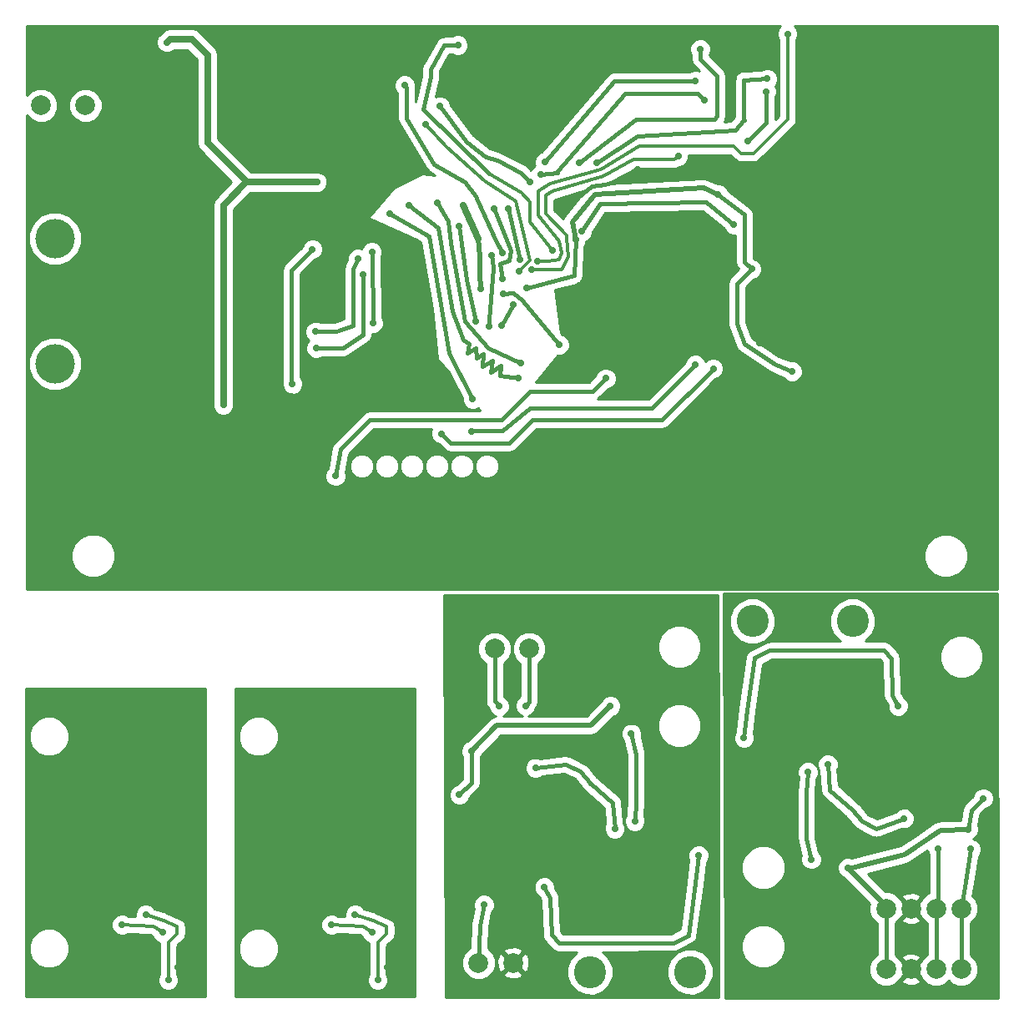
<source format=gbl>
G04 (created by PCBNEW (2013-08-24 BZR 4298)-stable) date Sat 09 Aug 2014 02:40:24 PM PDT*
%MOIN*%
G04 Gerber Fmt 3.4, Leading zero omitted, Abs format*
%FSLAX34Y34*%
G01*
G70*
G90*
G04 APERTURE LIST*
%ADD10C,0.005906*%
%ADD11C,0.127953*%
%ADD12C,0.078740*%
%ADD13C,0.078700*%
%ADD14C,0.157480*%
%ADD15C,0.023622*%
%ADD16R,0.098400X0.098400*%
%ADD17C,0.019685*%
%ADD18R,0.082677X0.082677*%
%ADD19C,0.027559*%
%ADD20C,0.015748*%
%ADD21C,0.027559*%
%ADD22C,0.009843*%
%ADD23C,0.019685*%
%ADD24C,0.013780*%
%ADD25C,0.011811*%
%ADD26C,0.039370*%
%ADD27C,0.023622*%
%ADD28C,0.010000*%
G04 APERTURE END LIST*
G54D10*
G54D11*
X63541Y-48671D03*
X67541Y-48671D03*
G54D12*
X54616Y-49773D03*
X53238Y-49773D03*
X52598Y-62322D03*
X53976Y-62322D03*
G54D11*
X61045Y-62687D03*
X57045Y-62687D03*
G54D13*
X36890Y-28070D03*
X35118Y-28070D03*
G54D14*
X35681Y-38389D03*
X35681Y-33389D03*
G54D15*
X50003Y-35208D03*
X49703Y-34908D03*
X49703Y-35508D03*
X50303Y-34908D03*
X50303Y-35508D03*
G54D16*
X50003Y-35208D03*
G54D12*
X71874Y-60153D03*
X70874Y-60153D03*
X70874Y-62578D03*
X71874Y-62578D03*
X69874Y-62578D03*
X68874Y-62578D03*
X68874Y-60153D03*
X69874Y-60153D03*
G54D17*
X54517Y-56781D03*
X54291Y-57007D03*
X54744Y-57007D03*
X54291Y-56555D03*
X54744Y-56555D03*
G54D18*
X54517Y-56781D03*
G54D17*
X70068Y-54576D03*
X70295Y-54350D03*
X69842Y-54350D03*
X70295Y-54803D03*
X69842Y-54803D03*
G54D18*
X70068Y-54576D03*
G54D19*
X65118Y-38700D03*
X42401Y-40039D03*
X46141Y-31141D03*
X40157Y-25551D03*
X56476Y-33444D03*
X54527Y-35374D03*
X51968Y-32047D03*
X52598Y-33385D03*
X52685Y-35388D03*
X62165Y-31614D03*
X63502Y-34606D03*
X50492Y-28818D03*
X54232Y-34685D03*
X54724Y-34645D03*
X60570Y-30098D03*
X54960Y-34291D03*
X64940Y-25216D03*
X48389Y-36771D03*
X48334Y-33925D03*
X54872Y-54537D03*
X58037Y-56962D03*
X66549Y-54395D03*
X69586Y-56555D03*
X56732Y-33110D03*
X62795Y-32834D03*
X52500Y-36712D03*
X51822Y-32897D03*
X53582Y-35610D03*
X55826Y-37637D03*
X49064Y-61643D03*
X48966Y-62490D03*
X46092Y-61112D03*
X54901Y-53828D03*
X56698Y-56431D03*
X57273Y-58159D03*
X53316Y-57883D03*
X60226Y-48120D03*
X55708Y-32204D03*
X58956Y-30629D03*
X44724Y-39645D03*
X47755Y-40078D03*
X64803Y-29448D03*
X58385Y-32480D03*
X60551Y-25433D03*
X60905Y-32440D03*
X49527Y-25196D03*
X39133Y-31850D03*
X64566Y-32007D03*
X63858Y-36574D03*
X63818Y-37559D03*
X64606Y-39212D03*
X60118Y-38622D03*
X59291Y-39015D03*
X58346Y-38582D03*
X62716Y-38976D03*
X51614Y-39645D03*
X48228Y-31850D03*
X44724Y-32500D03*
X53110Y-29527D03*
X46889Y-36141D03*
X63582Y-35354D03*
X37726Y-61112D03*
X40600Y-62490D03*
X40698Y-61643D03*
X64360Y-63238D03*
X71269Y-53474D03*
X67312Y-53198D03*
X67887Y-54927D03*
X69547Y-57263D03*
X52322Y-41102D03*
X61259Y-38425D03*
X51102Y-41181D03*
X61968Y-38582D03*
X51062Y-28110D03*
X54645Y-31141D03*
X64133Y-27007D03*
X57303Y-30354D03*
X48336Y-61112D03*
X46722Y-60797D03*
X38356Y-60797D03*
X39970Y-61112D03*
X55078Y-30826D03*
X61614Y-27874D03*
X54468Y-52047D03*
X70944Y-57755D03*
X53425Y-52066D03*
X72263Y-57775D03*
X58836Y-56659D03*
X58698Y-53171D03*
X65887Y-58187D03*
X65750Y-54698D03*
X45960Y-33818D03*
X45165Y-39188D03*
X53523Y-36850D03*
X53976Y-36023D03*
X54275Y-38354D03*
X50944Y-31968D03*
X54200Y-38976D03*
X49814Y-32047D03*
X52362Y-39803D03*
X49035Y-32397D03*
X53031Y-36889D03*
X53110Y-34055D03*
X53779Y-32204D03*
X54236Y-34232D03*
X48572Y-63001D03*
X47667Y-60403D03*
X39301Y-60403D03*
X40206Y-63001D03*
X55255Y-30334D03*
X61259Y-27086D03*
X49645Y-27269D03*
X53543Y-33976D03*
X64094Y-27519D03*
X63346Y-29488D03*
X56614Y-30374D03*
X61456Y-25826D03*
X55551Y-33877D03*
X51771Y-25669D03*
X47783Y-34196D03*
X46074Y-37110D03*
X47984Y-34826D03*
X46114Y-37771D03*
X55226Y-59301D03*
X61387Y-58025D03*
X63198Y-53332D03*
X69360Y-52057D03*
X52303Y-53868D03*
X51830Y-55610D03*
X57864Y-52057D03*
X52814Y-60000D03*
X67342Y-58523D03*
X72755Y-55748D03*
X72145Y-56988D03*
X53228Y-32204D03*
X53562Y-34980D03*
X46889Y-42874D03*
X57677Y-38976D03*
G54D20*
X62913Y-36811D02*
X62913Y-35195D01*
X64409Y-38406D02*
X63228Y-37598D01*
X65118Y-38700D02*
X64409Y-38406D01*
X63228Y-37598D02*
X62913Y-36811D01*
X63502Y-34606D02*
X62913Y-35195D01*
G54D21*
X43346Y-31141D02*
X43307Y-31141D01*
X42401Y-32047D02*
X42401Y-40039D01*
X43307Y-31141D02*
X42401Y-32047D01*
X43346Y-31141D02*
X46141Y-31141D01*
X41771Y-29566D02*
X43346Y-31141D01*
X41771Y-26062D02*
X41771Y-29566D01*
X41141Y-25433D02*
X41771Y-26062D01*
X40275Y-25433D02*
X41141Y-25433D01*
X40157Y-25551D02*
X40275Y-25433D01*
G54D20*
X56417Y-34862D02*
X56476Y-33444D01*
X54547Y-35354D02*
X56417Y-34862D01*
G54D22*
X54527Y-35374D02*
X54547Y-35354D01*
G54D21*
X51968Y-32047D02*
X52598Y-33385D01*
G54D23*
X52657Y-34094D02*
X52598Y-33385D01*
X52637Y-34809D02*
X52657Y-34094D01*
X52685Y-35388D02*
X52637Y-34809D01*
G54D20*
X62165Y-31614D02*
X63228Y-32440D01*
X63228Y-34332D02*
X63502Y-34606D01*
X63228Y-34332D02*
X63228Y-32440D01*
G54D23*
X56476Y-33444D02*
X56338Y-32716D01*
X61574Y-31377D02*
X62165Y-31614D01*
X57244Y-31614D02*
X61574Y-31377D01*
X56338Y-32716D02*
X57244Y-31614D01*
G54D24*
X52834Y-31102D02*
X51311Y-29714D01*
X51311Y-29714D02*
X50492Y-28818D01*
X54645Y-34251D02*
X54074Y-31889D01*
X54232Y-34685D02*
X54645Y-34251D01*
X54074Y-31889D02*
X52834Y-31102D01*
G54D25*
X56122Y-33366D02*
X56122Y-33248D01*
X56181Y-34133D02*
X56122Y-33366D01*
X54724Y-34645D02*
X55925Y-34645D01*
X55925Y-34645D02*
X56181Y-34133D01*
G54D24*
X60433Y-30236D02*
X60570Y-30098D01*
G54D25*
X58799Y-30236D02*
X60433Y-30236D01*
X57578Y-30905D02*
X58799Y-30236D01*
X55551Y-31496D02*
X57578Y-30905D01*
X55275Y-31653D02*
X55551Y-31496D01*
X55275Y-32401D02*
X55275Y-31653D01*
X56122Y-33248D02*
X55275Y-32401D01*
X59015Y-29704D02*
X62795Y-29704D01*
X55000Y-31496D02*
X55452Y-31181D01*
X55452Y-31181D02*
X57500Y-30629D01*
X57500Y-30629D02*
X59015Y-29704D01*
X55826Y-33503D02*
X55000Y-32460D01*
X55905Y-33976D02*
X55826Y-33503D01*
X55826Y-34232D02*
X55905Y-33976D01*
X55393Y-34291D02*
X55826Y-34232D01*
X54960Y-34291D02*
X55393Y-34291D01*
X55000Y-32460D02*
X55000Y-31496D01*
G54D24*
X64940Y-28641D02*
X64940Y-25216D01*
G54D25*
X63582Y-30000D02*
X64940Y-28641D01*
X63090Y-30000D02*
X63582Y-30000D01*
X62795Y-29704D02*
X63090Y-30000D01*
G54D20*
X48334Y-33925D02*
X48389Y-36771D01*
X57072Y-55160D02*
X57063Y-55160D01*
X56663Y-54679D02*
X56092Y-54399D01*
X56092Y-54399D02*
X54872Y-54537D01*
X57068Y-55159D02*
X56663Y-54679D01*
X57072Y-55160D02*
X57068Y-55159D01*
X58037Y-56962D02*
X57966Y-55938D01*
X57966Y-55938D02*
X57068Y-55159D01*
X57068Y-55159D02*
X57068Y-55159D01*
X67517Y-56198D02*
X67517Y-56198D01*
X66620Y-55419D02*
X67517Y-56198D01*
X66549Y-54395D02*
X66620Y-55419D01*
X67513Y-56197D02*
X67517Y-56198D01*
X67517Y-56198D02*
X67923Y-56679D01*
X68494Y-56958D02*
X69586Y-56555D01*
X67923Y-56679D02*
X68494Y-56958D01*
X67513Y-56197D02*
X67523Y-56198D01*
X62795Y-32834D02*
X61692Y-31929D01*
X61692Y-31929D02*
X57440Y-32007D01*
X57440Y-32007D02*
X56732Y-33110D01*
X52500Y-36712D02*
X52129Y-35043D01*
X52129Y-35043D02*
X51822Y-32897D01*
X55826Y-37637D02*
X54311Y-35843D01*
X54311Y-35843D02*
X53976Y-35551D01*
X53976Y-35551D02*
X53582Y-35610D01*
G54D25*
X49064Y-61643D02*
X49104Y-61683D01*
G54D20*
X57273Y-58159D02*
X57257Y-58143D01*
X58956Y-30629D02*
X58485Y-30979D01*
X56023Y-32204D02*
X55708Y-32204D01*
X57125Y-31308D02*
X56023Y-32204D01*
X57646Y-31235D02*
X57125Y-31308D01*
X58485Y-30979D02*
X57646Y-31235D01*
X58346Y-38582D02*
X58377Y-38598D01*
G54D22*
X62716Y-38976D02*
X62716Y-38937D01*
G54D23*
X48228Y-31850D02*
X48228Y-31811D01*
G54D26*
X53110Y-29527D02*
X53129Y-29507D01*
G54D21*
X46889Y-36141D02*
X46889Y-36153D01*
G54D22*
X63582Y-35354D02*
X63582Y-35346D01*
G54D25*
X40698Y-61643D02*
X40738Y-61683D01*
G54D20*
X67312Y-53198D02*
X67328Y-53214D01*
G54D22*
X52362Y-41062D02*
X52322Y-41102D01*
G54D20*
X53543Y-41062D02*
X52362Y-41062D01*
X54645Y-40157D02*
X53543Y-41062D01*
X59527Y-40157D02*
X54645Y-40157D01*
X61259Y-38425D02*
X59527Y-40157D01*
X51496Y-41574D02*
X51102Y-41181D01*
X53818Y-41574D02*
X51496Y-41574D01*
X54763Y-40629D02*
X53818Y-41574D01*
X59921Y-40629D02*
X54763Y-40629D01*
X61968Y-38582D02*
X59921Y-40629D01*
X51062Y-28110D02*
X52125Y-29527D01*
X53346Y-30275D02*
X54291Y-30748D01*
X52874Y-30118D02*
X53346Y-30275D01*
X52125Y-29527D02*
X52874Y-30118D01*
X54291Y-30748D02*
X54645Y-31141D01*
X63188Y-28661D02*
X63197Y-28661D01*
X63188Y-27047D02*
X64133Y-27007D01*
X63197Y-28661D02*
X63188Y-27047D01*
X62834Y-29055D02*
X63188Y-28661D01*
X63188Y-28661D02*
X63203Y-28654D01*
X58937Y-29291D02*
X62834Y-29055D01*
X57303Y-30354D02*
X58937Y-29291D01*
G54D25*
X48336Y-61112D02*
X47982Y-60856D01*
X47982Y-60856D02*
X46722Y-60797D01*
X39616Y-60856D02*
X38356Y-60797D01*
X39970Y-61112D02*
X39616Y-60856D01*
G54D20*
X55757Y-30757D02*
X55757Y-30700D01*
X55078Y-30826D02*
X55757Y-30757D01*
X61338Y-27598D02*
X61614Y-27874D01*
X58464Y-27598D02*
X61338Y-27598D01*
X55757Y-30700D02*
X58464Y-27598D01*
X54616Y-51899D02*
X54468Y-52047D01*
X54616Y-49773D02*
X54616Y-51899D01*
X70874Y-60153D02*
X70874Y-62578D01*
X70944Y-57755D02*
X70944Y-60082D01*
X70944Y-60082D02*
X70874Y-60153D01*
X53238Y-51879D02*
X53425Y-52066D01*
X53238Y-49773D02*
X53238Y-51879D01*
X71874Y-60153D02*
X71874Y-62578D01*
X71889Y-60098D02*
X72086Y-58877D01*
X72086Y-58877D02*
X72263Y-57775D01*
X58836Y-56659D02*
X58895Y-55820D01*
X58895Y-55820D02*
X58895Y-53990D01*
X58698Y-53171D02*
X58895Y-53990D01*
X65887Y-58187D02*
X65690Y-57368D01*
X65690Y-55537D02*
X65690Y-57368D01*
X65750Y-54698D02*
X65690Y-55537D01*
X45122Y-34657D02*
X45960Y-33818D01*
X45122Y-39145D02*
X45122Y-34657D01*
G54D22*
X45165Y-39188D02*
X45122Y-39145D01*
G54D20*
X53523Y-36850D02*
X53976Y-36023D01*
X54275Y-38354D02*
X52980Y-37763D01*
X52980Y-37763D02*
X52043Y-36696D01*
X52043Y-36696D02*
X51484Y-33551D01*
X51377Y-32704D02*
X50944Y-31968D01*
X51484Y-33551D02*
X51377Y-32704D01*
X54200Y-38976D02*
X53452Y-38877D01*
X53452Y-38877D02*
X53500Y-38456D01*
X53500Y-38456D02*
X53070Y-38740D01*
X53070Y-38740D02*
X53149Y-38267D01*
X53149Y-38267D02*
X52755Y-38503D01*
X52755Y-38503D02*
X52799Y-37980D01*
X52799Y-37980D02*
X52503Y-38165D01*
X52503Y-38165D02*
X52476Y-37779D01*
X52476Y-37779D02*
X52165Y-37952D01*
X52165Y-37952D02*
X52204Y-37598D01*
X52204Y-37598D02*
X51968Y-37440D01*
X51968Y-37440D02*
X51562Y-36283D01*
X50972Y-32948D02*
X49814Y-32047D01*
X51562Y-36283D02*
X50972Y-32948D01*
X52362Y-39803D02*
X51421Y-37964D01*
X51421Y-37964D02*
X50629Y-33303D01*
X50629Y-33303D02*
X49035Y-32397D01*
X53110Y-34055D02*
X53114Y-34010D01*
X53114Y-34010D02*
X53188Y-34566D01*
X53188Y-34566D02*
X53031Y-36639D01*
X53031Y-36639D02*
X53031Y-36889D01*
X54236Y-34232D02*
X53779Y-32204D01*
G54D25*
X48568Y-61509D02*
X48927Y-61151D01*
X48572Y-63001D02*
X48568Y-61509D01*
X48927Y-61151D02*
X48927Y-60875D01*
X48927Y-60875D02*
X48375Y-60639D01*
X48375Y-60639D02*
X47667Y-60403D01*
X40009Y-60639D02*
X39301Y-60403D01*
X40561Y-60875D02*
X40009Y-60639D01*
X40561Y-61151D02*
X40561Y-60875D01*
X40206Y-63001D02*
X40202Y-61509D01*
X40202Y-61509D02*
X40561Y-61151D01*
G54D20*
X58031Y-27086D02*
X61259Y-27086D01*
X55255Y-30334D02*
X58031Y-27086D01*
X52480Y-31692D02*
X52047Y-31141D01*
X52047Y-31141D02*
X50826Y-30413D01*
X50826Y-30413D02*
X49724Y-28582D01*
X53267Y-33385D02*
X52598Y-31929D01*
X53543Y-33976D02*
X53267Y-33385D01*
X52598Y-31929D02*
X52480Y-31692D01*
X49724Y-27348D02*
X49724Y-28582D01*
X49724Y-27348D02*
X49645Y-27269D01*
X64094Y-28779D02*
X64094Y-27519D01*
X63346Y-29488D02*
X64094Y-28779D01*
X62125Y-28503D02*
X62125Y-26889D01*
X56614Y-30374D02*
X58897Y-28622D01*
X58897Y-28622D02*
X62007Y-28622D01*
X62007Y-28622D02*
X62125Y-28503D01*
X61456Y-26220D02*
X61456Y-25826D01*
X62125Y-26889D02*
X61456Y-26220D01*
X50688Y-26929D02*
X50688Y-26614D01*
G54D24*
X55551Y-33877D02*
X54645Y-32716D01*
X54645Y-32716D02*
X54645Y-31929D01*
X54645Y-31929D02*
X54311Y-31555D01*
X54311Y-31555D02*
X53031Y-30807D01*
G54D20*
X53031Y-30807D02*
X50393Y-28228D01*
X50393Y-28228D02*
X50688Y-26929D01*
X51220Y-25669D02*
X51771Y-25669D01*
X50688Y-26614D02*
X51220Y-25669D01*
X46905Y-37110D02*
X46074Y-37110D01*
X47586Y-36850D02*
X46905Y-37110D01*
X47586Y-34598D02*
X47586Y-36850D01*
X47783Y-34196D02*
X47586Y-34598D01*
X47173Y-37771D02*
X46114Y-37771D01*
X47988Y-37228D02*
X47173Y-37771D01*
X47968Y-34842D02*
X47988Y-37228D01*
G54D22*
X47984Y-34826D02*
X47968Y-34842D01*
G54D20*
X55509Y-61206D02*
X55809Y-61537D01*
X55462Y-59734D02*
X55509Y-61206D01*
X55226Y-59301D02*
X55462Y-59734D01*
X61387Y-58025D02*
X61257Y-59143D01*
X61257Y-59143D02*
X60970Y-61214D01*
X60970Y-61214D02*
X60372Y-61513D01*
X60372Y-61513D02*
X55809Y-61537D01*
X64214Y-49844D02*
X68777Y-49820D01*
X63616Y-50143D02*
X64214Y-49844D01*
X63328Y-52214D02*
X63616Y-50143D01*
X63198Y-53332D02*
X63328Y-52214D01*
X69360Y-52057D02*
X69124Y-51624D01*
X69124Y-51624D02*
X69076Y-50151D01*
X69076Y-50151D02*
X68777Y-49820D01*
X52303Y-55137D02*
X51830Y-55610D01*
X52303Y-53868D02*
X52303Y-55137D01*
G54D23*
X57864Y-52057D02*
X57076Y-52844D01*
X57076Y-52844D02*
X53326Y-52844D01*
X53326Y-52844D02*
X52303Y-53868D01*
G54D20*
X52647Y-60836D02*
X52814Y-60000D01*
X52598Y-62322D02*
X52647Y-60836D01*
G54D27*
X68874Y-60153D02*
X68874Y-60055D01*
X68874Y-60055D02*
X67342Y-58523D01*
G54D20*
X68874Y-60153D02*
X68874Y-62578D01*
G54D23*
X71043Y-57027D02*
X72145Y-56988D01*
X67342Y-58523D02*
X67509Y-58513D01*
X69606Y-57992D02*
X71043Y-57027D01*
X67509Y-58513D02*
X69606Y-57992D01*
G54D20*
X72145Y-56988D02*
X72283Y-56220D01*
X72283Y-56220D02*
X72755Y-55748D01*
X53228Y-32204D02*
X53897Y-33858D01*
X53897Y-33858D02*
X53818Y-34271D01*
X53818Y-34271D02*
X53464Y-34389D01*
X53464Y-34389D02*
X53562Y-34980D01*
X47086Y-41811D02*
X46889Y-42874D01*
X48267Y-40629D02*
X47086Y-41811D01*
X53503Y-40629D02*
X48267Y-40629D01*
X54645Y-39488D02*
X53503Y-40629D01*
X57165Y-39488D02*
X54645Y-39488D01*
X57677Y-38976D02*
X57165Y-39488D01*
G54D10*
G36*
X56861Y-31474D02*
X56041Y-32472D01*
X56033Y-32487D01*
X56020Y-32499D01*
X55998Y-32553D01*
X55970Y-32604D01*
X55970Y-32607D01*
X55620Y-32258D01*
X55620Y-31853D01*
X55686Y-31816D01*
X56861Y-31474D01*
X56861Y-31474D01*
G37*
G54D28*
X56861Y-31474D02*
X56041Y-32472D01*
X56033Y-32487D01*
X56020Y-32499D01*
X55998Y-32553D01*
X55970Y-32604D01*
X55970Y-32607D01*
X55620Y-32258D01*
X55620Y-31853D01*
X55686Y-31816D01*
X56861Y-31474D01*
G54D10*
G36*
X73316Y-47391D02*
X72136Y-47391D01*
X72136Y-45889D01*
X72003Y-45566D01*
X71757Y-45320D01*
X71435Y-45186D01*
X71086Y-45186D01*
X70763Y-45319D01*
X70516Y-45565D01*
X70383Y-45887D01*
X70382Y-46236D01*
X70516Y-46558D01*
X70762Y-46805D01*
X71084Y-46939D01*
X71433Y-46939D01*
X71755Y-46806D01*
X72002Y-46560D01*
X72136Y-46238D01*
X72136Y-45889D01*
X72136Y-47391D01*
X53408Y-47401D01*
X53408Y-42384D01*
X53334Y-42207D01*
X53199Y-42071D01*
X53021Y-41997D01*
X52829Y-41997D01*
X52651Y-42070D01*
X52515Y-42206D01*
X52442Y-42383D01*
X52441Y-42575D01*
X52515Y-42753D01*
X52651Y-42889D01*
X52828Y-42963D01*
X53020Y-42963D01*
X53198Y-42890D01*
X53334Y-42754D01*
X53408Y-42576D01*
X53408Y-42384D01*
X53408Y-47401D01*
X52408Y-47401D01*
X52408Y-42384D01*
X52334Y-42207D01*
X52199Y-42071D01*
X52021Y-41997D01*
X51829Y-41997D01*
X51651Y-42070D01*
X51515Y-42206D01*
X51442Y-42383D01*
X51441Y-42575D01*
X51515Y-42753D01*
X51651Y-42889D01*
X51828Y-42963D01*
X52020Y-42963D01*
X52198Y-42890D01*
X52334Y-42754D01*
X52408Y-42576D01*
X52408Y-42384D01*
X52408Y-47401D01*
X51412Y-47402D01*
X51412Y-42384D01*
X51338Y-42207D01*
X51203Y-42071D01*
X51025Y-41997D01*
X50833Y-41997D01*
X50655Y-42070D01*
X50519Y-42206D01*
X50446Y-42383D01*
X50445Y-42575D01*
X50519Y-42753D01*
X50655Y-42889D01*
X50832Y-42963D01*
X51024Y-42963D01*
X51202Y-42890D01*
X51338Y-42754D01*
X51412Y-42576D01*
X51412Y-42384D01*
X51412Y-47402D01*
X50412Y-47402D01*
X50412Y-42384D01*
X50338Y-42207D01*
X50203Y-42071D01*
X50025Y-41997D01*
X49833Y-41997D01*
X49655Y-42070D01*
X49519Y-42206D01*
X49446Y-42383D01*
X49445Y-42575D01*
X49519Y-42753D01*
X49655Y-42889D01*
X49832Y-42963D01*
X50024Y-42963D01*
X50202Y-42890D01*
X50338Y-42754D01*
X50412Y-42576D01*
X50412Y-42384D01*
X50412Y-47402D01*
X49416Y-47403D01*
X49416Y-42384D01*
X49342Y-42207D01*
X49207Y-42071D01*
X49029Y-41997D01*
X48837Y-41997D01*
X48659Y-42070D01*
X48523Y-42206D01*
X48450Y-42383D01*
X48449Y-42575D01*
X48523Y-42753D01*
X48659Y-42889D01*
X48836Y-42963D01*
X49028Y-42963D01*
X49206Y-42890D01*
X49342Y-42754D01*
X49416Y-42576D01*
X49416Y-42384D01*
X49416Y-47403D01*
X48416Y-47403D01*
X48416Y-42384D01*
X48342Y-42207D01*
X48207Y-42071D01*
X48029Y-41997D01*
X47837Y-41997D01*
X47659Y-42070D01*
X47523Y-42206D01*
X47450Y-42383D01*
X47449Y-42575D01*
X47523Y-42753D01*
X47659Y-42889D01*
X47836Y-42963D01*
X48028Y-42963D01*
X48206Y-42890D01*
X48342Y-42754D01*
X48416Y-42576D01*
X48416Y-42384D01*
X48416Y-47403D01*
X38081Y-47408D01*
X38081Y-45889D01*
X37948Y-45566D01*
X37702Y-45320D01*
X37569Y-45265D01*
X37569Y-27936D01*
X37466Y-27686D01*
X37275Y-27494D01*
X37025Y-27391D01*
X36755Y-27391D01*
X36505Y-27494D01*
X36314Y-27685D01*
X36210Y-27935D01*
X36210Y-28205D01*
X36313Y-28455D01*
X36504Y-28646D01*
X36754Y-28750D01*
X37024Y-28750D01*
X37274Y-28647D01*
X37465Y-28456D01*
X37569Y-28206D01*
X37569Y-27936D01*
X37569Y-45265D01*
X37379Y-45186D01*
X37031Y-45186D01*
X36754Y-45300D01*
X36754Y-38177D01*
X36754Y-33177D01*
X36591Y-32782D01*
X36290Y-32480D01*
X35895Y-32316D01*
X35468Y-32315D01*
X35073Y-32479D01*
X34771Y-32780D01*
X34607Y-33175D01*
X34607Y-33602D01*
X34770Y-33997D01*
X35072Y-34299D01*
X35466Y-34463D01*
X35893Y-34463D01*
X36288Y-34300D01*
X36590Y-33998D01*
X36754Y-33604D01*
X36754Y-33177D01*
X36754Y-38177D01*
X36591Y-37782D01*
X36290Y-37480D01*
X35895Y-37316D01*
X35468Y-37315D01*
X35073Y-37479D01*
X34771Y-37780D01*
X34607Y-38175D01*
X34607Y-38602D01*
X34770Y-38997D01*
X35072Y-39299D01*
X35466Y-39463D01*
X35893Y-39463D01*
X36288Y-39300D01*
X36590Y-38998D01*
X36754Y-38604D01*
X36754Y-38177D01*
X36754Y-45300D01*
X36708Y-45319D01*
X36461Y-45565D01*
X36328Y-45887D01*
X36327Y-46236D01*
X36461Y-46558D01*
X36707Y-46805D01*
X37029Y-46939D01*
X37378Y-46939D01*
X37700Y-46806D01*
X37947Y-46560D01*
X38081Y-46238D01*
X38081Y-45889D01*
X38081Y-47408D01*
X34557Y-47410D01*
X34557Y-28471D01*
X34732Y-28646D01*
X34982Y-28750D01*
X35252Y-28750D01*
X35502Y-28647D01*
X35693Y-28456D01*
X35797Y-28206D01*
X35797Y-27936D01*
X35694Y-27686D01*
X35503Y-27494D01*
X35253Y-27391D01*
X34983Y-27391D01*
X34733Y-27494D01*
X34557Y-27669D01*
X34557Y-24892D01*
X64665Y-24892D01*
X64581Y-24976D01*
X64517Y-25131D01*
X64516Y-25300D01*
X64581Y-25456D01*
X64585Y-25460D01*
X64585Y-28508D01*
X64459Y-28634D01*
X64459Y-27746D01*
X64518Y-27604D01*
X64518Y-27435D01*
X64456Y-27285D01*
X64493Y-27248D01*
X64557Y-27092D01*
X64557Y-26923D01*
X64493Y-26768D01*
X64374Y-26648D01*
X64218Y-26583D01*
X64049Y-26583D01*
X63893Y-26648D01*
X63889Y-26652D01*
X63173Y-26682D01*
X63110Y-26697D01*
X63047Y-26710D01*
X63041Y-26714D01*
X63035Y-26716D01*
X62983Y-26754D01*
X62929Y-26790D01*
X62925Y-26796D01*
X62920Y-26800D01*
X62886Y-26855D01*
X62851Y-26909D01*
X62849Y-26915D01*
X62846Y-26921D01*
X62836Y-26985D01*
X62824Y-27049D01*
X62831Y-28513D01*
X62663Y-28699D01*
X62415Y-28714D01*
X62463Y-28643D01*
X62463Y-28643D01*
X62490Y-28503D01*
X62490Y-26889D01*
X62463Y-26750D01*
X62463Y-26750D01*
X62384Y-26631D01*
X61821Y-26069D01*
X61821Y-26053D01*
X61880Y-25911D01*
X61880Y-25742D01*
X61816Y-25586D01*
X61697Y-25467D01*
X61541Y-25402D01*
X61372Y-25402D01*
X61216Y-25467D01*
X61097Y-25586D01*
X61032Y-25742D01*
X61032Y-25910D01*
X61091Y-26053D01*
X61091Y-26220D01*
X61119Y-26360D01*
X61198Y-26478D01*
X61409Y-26689D01*
X61344Y-26662D01*
X61175Y-26662D01*
X61032Y-26721D01*
X58031Y-26721D01*
X58017Y-26724D01*
X58002Y-26722D01*
X57947Y-26738D01*
X57891Y-26749D01*
X57879Y-26757D01*
X57865Y-26761D01*
X57820Y-26796D01*
X57773Y-26828D01*
X57765Y-26840D01*
X57754Y-26849D01*
X55119Y-29932D01*
X55016Y-29974D01*
X54896Y-30094D01*
X54831Y-30249D01*
X54831Y-30418D01*
X54849Y-30462D01*
X54838Y-30467D01*
X54719Y-30586D01*
X54693Y-30649D01*
X54562Y-30503D01*
X54508Y-30463D01*
X54454Y-30421D01*
X53509Y-29949D01*
X53484Y-29942D01*
X53461Y-29929D01*
X53050Y-29792D01*
X52389Y-29270D01*
X51487Y-28067D01*
X51487Y-28026D01*
X51422Y-27870D01*
X51303Y-27750D01*
X51147Y-27686D01*
X50979Y-27686D01*
X50881Y-27726D01*
X51044Y-27009D01*
X51045Y-26969D01*
X51053Y-26929D01*
X51053Y-26709D01*
X51433Y-26034D01*
X51544Y-26034D01*
X51686Y-26093D01*
X51855Y-26093D01*
X52011Y-26028D01*
X52130Y-25909D01*
X52195Y-25754D01*
X52195Y-25585D01*
X52131Y-25429D01*
X52012Y-25310D01*
X51856Y-25245D01*
X51687Y-25245D01*
X51544Y-25304D01*
X51220Y-25304D01*
X51171Y-25314D01*
X51122Y-25317D01*
X51102Y-25327D01*
X51080Y-25332D01*
X51039Y-25359D01*
X50995Y-25382D01*
X50980Y-25398D01*
X50962Y-25411D01*
X50934Y-25452D01*
X50902Y-25490D01*
X50370Y-26435D01*
X50363Y-26456D01*
X50351Y-26474D01*
X50341Y-26523D01*
X50325Y-26570D01*
X50327Y-26592D01*
X50323Y-26614D01*
X50323Y-26888D01*
X50089Y-27920D01*
X50089Y-27348D01*
X50069Y-27249D01*
X50069Y-27249D01*
X50069Y-27185D01*
X50005Y-27029D01*
X49886Y-26910D01*
X49730Y-26845D01*
X49561Y-26845D01*
X49405Y-26910D01*
X49286Y-27029D01*
X49221Y-27184D01*
X49221Y-27353D01*
X49285Y-27509D01*
X49359Y-27583D01*
X49359Y-28582D01*
X49364Y-28609D01*
X49363Y-28636D01*
X49378Y-28678D01*
X49387Y-28722D01*
X49402Y-28745D01*
X49411Y-28770D01*
X50514Y-30601D01*
X50526Y-30615D01*
X50534Y-30631D01*
X50573Y-30667D01*
X50609Y-30706D01*
X50626Y-30714D01*
X50639Y-30726D01*
X50865Y-30861D01*
X50344Y-30795D01*
X49222Y-31356D01*
X48173Y-32564D01*
X50122Y-33434D01*
X50299Y-33534D01*
X50750Y-36194D01*
X50959Y-38189D01*
X51404Y-38733D01*
X51938Y-39775D01*
X51938Y-39887D01*
X52002Y-40043D01*
X52121Y-40162D01*
X52277Y-40227D01*
X52446Y-40227D01*
X52582Y-40170D01*
X52660Y-40264D01*
X48813Y-40264D01*
X48813Y-36687D01*
X48750Y-36533D01*
X48703Y-34141D01*
X48758Y-34009D01*
X48758Y-33841D01*
X48694Y-33685D01*
X48575Y-33565D01*
X48419Y-33501D01*
X48250Y-33501D01*
X48094Y-33565D01*
X47975Y-33684D01*
X47928Y-33797D01*
X47868Y-33772D01*
X47699Y-33772D01*
X47543Y-33837D01*
X47424Y-33956D01*
X47359Y-34112D01*
X47359Y-34232D01*
X47258Y-34437D01*
X47255Y-34449D01*
X47249Y-34458D01*
X47237Y-34517D01*
X47222Y-34575D01*
X47223Y-34586D01*
X47221Y-34598D01*
X47221Y-36599D01*
X46838Y-36745D01*
X46565Y-36745D01*
X46565Y-31057D01*
X46501Y-30901D01*
X46382Y-30782D01*
X46226Y-30717D01*
X46057Y-30717D01*
X46057Y-30717D01*
X43522Y-30717D01*
X42195Y-29391D01*
X42195Y-26062D01*
X42163Y-25900D01*
X42071Y-25763D01*
X41441Y-25133D01*
X41303Y-25041D01*
X41141Y-25009D01*
X40275Y-25009D01*
X40113Y-25041D01*
X39975Y-25133D01*
X39857Y-25251D01*
X39798Y-25310D01*
X39733Y-25466D01*
X39733Y-25635D01*
X39797Y-25791D01*
X39916Y-25910D01*
X39995Y-25942D01*
X40072Y-25975D01*
X40157Y-25975D01*
X40241Y-25975D01*
X40319Y-25942D01*
X40397Y-25910D01*
X40451Y-25857D01*
X40966Y-25857D01*
X41347Y-26238D01*
X41347Y-29566D01*
X41379Y-29729D01*
X41471Y-29866D01*
X42727Y-31122D01*
X42101Y-31747D01*
X42009Y-31884D01*
X41977Y-32047D01*
X41977Y-40039D01*
X41977Y-40123D01*
X42041Y-40279D01*
X42161Y-40398D01*
X42239Y-40431D01*
X42316Y-40463D01*
X42401Y-40463D01*
X42485Y-40463D01*
X42563Y-40431D01*
X42641Y-40399D01*
X42701Y-40339D01*
X42760Y-40279D01*
X42793Y-40201D01*
X42825Y-40124D01*
X42825Y-40039D01*
X42825Y-39955D01*
X42825Y-39955D01*
X42825Y-32222D01*
X43482Y-31565D01*
X46141Y-31565D01*
X46141Y-31565D01*
X46225Y-31565D01*
X46303Y-31533D01*
X46381Y-31501D01*
X46441Y-31441D01*
X46500Y-31382D01*
X46533Y-31303D01*
X46565Y-31226D01*
X46565Y-31141D01*
X46565Y-31057D01*
X46565Y-36745D01*
X46384Y-36745D01*
X46384Y-33734D01*
X46320Y-33579D01*
X46201Y-33459D01*
X46045Y-33394D01*
X45876Y-33394D01*
X45720Y-33459D01*
X45601Y-33578D01*
X45541Y-33721D01*
X44863Y-34399D01*
X44784Y-34517D01*
X44757Y-34657D01*
X44757Y-39066D01*
X44741Y-39104D01*
X44741Y-39272D01*
X44805Y-39428D01*
X44924Y-39548D01*
X45080Y-39612D01*
X45249Y-39613D01*
X45405Y-39548D01*
X45524Y-39429D01*
X45589Y-39273D01*
X45589Y-39105D01*
X45525Y-38949D01*
X45487Y-38911D01*
X45487Y-34808D01*
X46058Y-34237D01*
X46200Y-34178D01*
X46319Y-34059D01*
X46384Y-33903D01*
X46384Y-33734D01*
X46384Y-36745D01*
X46301Y-36745D01*
X46159Y-36686D01*
X45990Y-36686D01*
X45834Y-36750D01*
X45715Y-36869D01*
X45650Y-37025D01*
X45650Y-37194D01*
X45715Y-37350D01*
X45825Y-37460D01*
X45754Y-37531D01*
X45690Y-37686D01*
X45690Y-37855D01*
X45754Y-38011D01*
X45873Y-38130D01*
X46029Y-38195D01*
X46198Y-38195D01*
X46341Y-38136D01*
X47173Y-38136D01*
X47208Y-38129D01*
X47244Y-38129D01*
X47277Y-38115D01*
X47312Y-38108D01*
X47342Y-38088D01*
X47375Y-38075D01*
X48190Y-37532D01*
X48217Y-37505D01*
X48248Y-37484D01*
X48267Y-37455D01*
X48291Y-37431D01*
X48305Y-37396D01*
X48326Y-37365D01*
X48332Y-37331D01*
X48346Y-37299D01*
X48346Y-37262D01*
X48353Y-37225D01*
X48352Y-37195D01*
X48473Y-37195D01*
X48629Y-37131D01*
X48749Y-37012D01*
X48813Y-36856D01*
X48813Y-36687D01*
X48813Y-40264D01*
X48267Y-40264D01*
X48128Y-40292D01*
X48009Y-40371D01*
X46828Y-41552D01*
X46807Y-41584D01*
X46780Y-41612D01*
X46768Y-41643D01*
X46749Y-41671D01*
X46741Y-41708D01*
X46727Y-41744D01*
X46570Y-42593D01*
X46530Y-42633D01*
X46465Y-42789D01*
X46465Y-42957D01*
X46530Y-43113D01*
X46649Y-43233D01*
X46805Y-43297D01*
X46973Y-43298D01*
X47129Y-43233D01*
X47249Y-43114D01*
X47313Y-42958D01*
X47313Y-42790D01*
X47288Y-42727D01*
X47424Y-41988D01*
X48418Y-40994D01*
X50720Y-40994D01*
X50678Y-41096D01*
X50678Y-41265D01*
X50742Y-41420D01*
X50861Y-41540D01*
X51004Y-41599D01*
X51237Y-41832D01*
X51356Y-41911D01*
X51356Y-41911D01*
X51496Y-41939D01*
X53818Y-41939D01*
X53958Y-41911D01*
X53958Y-41911D01*
X54076Y-41832D01*
X54914Y-40994D01*
X59921Y-40994D01*
X60060Y-40967D01*
X60060Y-40967D01*
X60179Y-40887D01*
X62066Y-39001D01*
X62208Y-38942D01*
X62327Y-38823D01*
X62392Y-38667D01*
X62392Y-38498D01*
X62328Y-38342D01*
X62209Y-38223D01*
X62053Y-38158D01*
X61884Y-38158D01*
X61728Y-38223D01*
X61662Y-38289D01*
X61619Y-38185D01*
X61500Y-38065D01*
X61344Y-38001D01*
X61175Y-38001D01*
X61019Y-38065D01*
X60900Y-38184D01*
X60841Y-38327D01*
X59376Y-39792D01*
X57354Y-39792D01*
X57423Y-39746D01*
X57774Y-39394D01*
X57917Y-39336D01*
X58036Y-39216D01*
X58101Y-39061D01*
X58101Y-38892D01*
X58036Y-38736D01*
X57917Y-38617D01*
X57761Y-38552D01*
X57593Y-38552D01*
X57437Y-38616D01*
X57317Y-38735D01*
X57258Y-38878D01*
X57014Y-39123D01*
X54892Y-39123D01*
X55764Y-38061D01*
X55910Y-38061D01*
X56066Y-37997D01*
X56186Y-37878D01*
X56250Y-37722D01*
X56250Y-37553D01*
X56186Y-37397D01*
X56067Y-37278D01*
X55965Y-37236D01*
X55894Y-37152D01*
X55654Y-35440D01*
X56510Y-35215D01*
X56525Y-35207D01*
X56542Y-35204D01*
X56589Y-35176D01*
X56638Y-35152D01*
X56649Y-35139D01*
X56664Y-35130D01*
X56696Y-35086D01*
X56732Y-35046D01*
X56738Y-35029D01*
X56748Y-35015D01*
X56761Y-34962D01*
X56778Y-34911D01*
X56777Y-34894D01*
X56781Y-34877D01*
X56831Y-33689D01*
X56835Y-33685D01*
X56900Y-33529D01*
X56900Y-33499D01*
X56972Y-33469D01*
X57091Y-33350D01*
X57156Y-33194D01*
X57156Y-33125D01*
X57642Y-32369D01*
X61565Y-32296D01*
X62396Y-32979D01*
X62435Y-33074D01*
X62554Y-33193D01*
X62710Y-33258D01*
X62863Y-33258D01*
X62863Y-34332D01*
X62891Y-34471D01*
X62970Y-34590D01*
X62986Y-34606D01*
X62655Y-34937D01*
X62576Y-35055D01*
X62548Y-35195D01*
X62548Y-36811D01*
X62561Y-36878D01*
X62574Y-36946D01*
X62889Y-37733D01*
X62909Y-37764D01*
X62922Y-37797D01*
X62947Y-37823D01*
X62967Y-37853D01*
X62996Y-37873D01*
X63022Y-37899D01*
X64203Y-38707D01*
X64238Y-38722D01*
X64269Y-38743D01*
X64768Y-38950D01*
X64877Y-39060D01*
X65033Y-39124D01*
X65202Y-39124D01*
X65357Y-39060D01*
X65477Y-38941D01*
X65542Y-38785D01*
X65542Y-38616D01*
X65477Y-38460D01*
X65358Y-38341D01*
X65202Y-38276D01*
X65048Y-38276D01*
X64584Y-38083D01*
X63525Y-37359D01*
X63278Y-36740D01*
X63278Y-35346D01*
X63600Y-35024D01*
X63742Y-34966D01*
X63861Y-34846D01*
X63926Y-34691D01*
X63926Y-34522D01*
X63862Y-34366D01*
X63743Y-34247D01*
X63600Y-34187D01*
X63593Y-34180D01*
X63593Y-32440D01*
X63588Y-32418D01*
X63590Y-32395D01*
X63575Y-32349D01*
X63565Y-32301D01*
X63552Y-32282D01*
X63545Y-32260D01*
X63513Y-32223D01*
X63486Y-32182D01*
X63467Y-32170D01*
X63452Y-32152D01*
X62559Y-31458D01*
X62525Y-31374D01*
X62405Y-31254D01*
X62250Y-31190D01*
X62140Y-31190D01*
X61717Y-31020D01*
X61709Y-31019D01*
X61702Y-31015D01*
X61636Y-31005D01*
X61570Y-30993D01*
X61562Y-30995D01*
X61553Y-30993D01*
X57758Y-31200D01*
X58887Y-30581D01*
X60383Y-30581D01*
X60433Y-30591D01*
X60568Y-30564D01*
X60631Y-30522D01*
X60654Y-30522D01*
X60810Y-30458D01*
X60930Y-30338D01*
X60994Y-30183D01*
X60994Y-30050D01*
X62652Y-30050D01*
X62846Y-30244D01*
X62958Y-30318D01*
X62958Y-30318D01*
X63090Y-30345D01*
X63582Y-30345D01*
X63714Y-30318D01*
X63826Y-30244D01*
X65150Y-28920D01*
X65192Y-28892D01*
X65269Y-28777D01*
X65296Y-28641D01*
X65296Y-25461D01*
X65300Y-25457D01*
X65364Y-25301D01*
X65365Y-25132D01*
X65300Y-24976D01*
X65216Y-24892D01*
X73316Y-24892D01*
X73316Y-47391D01*
X73316Y-47391D01*
G37*
G54D28*
X73316Y-47391D02*
X72136Y-47391D01*
X72136Y-45889D01*
X72003Y-45566D01*
X71757Y-45320D01*
X71435Y-45186D01*
X71086Y-45186D01*
X70763Y-45319D01*
X70516Y-45565D01*
X70383Y-45887D01*
X70382Y-46236D01*
X70516Y-46558D01*
X70762Y-46805D01*
X71084Y-46939D01*
X71433Y-46939D01*
X71755Y-46806D01*
X72002Y-46560D01*
X72136Y-46238D01*
X72136Y-45889D01*
X72136Y-47391D01*
X53408Y-47401D01*
X53408Y-42384D01*
X53334Y-42207D01*
X53199Y-42071D01*
X53021Y-41997D01*
X52829Y-41997D01*
X52651Y-42070D01*
X52515Y-42206D01*
X52442Y-42383D01*
X52441Y-42575D01*
X52515Y-42753D01*
X52651Y-42889D01*
X52828Y-42963D01*
X53020Y-42963D01*
X53198Y-42890D01*
X53334Y-42754D01*
X53408Y-42576D01*
X53408Y-42384D01*
X53408Y-47401D01*
X52408Y-47401D01*
X52408Y-42384D01*
X52334Y-42207D01*
X52199Y-42071D01*
X52021Y-41997D01*
X51829Y-41997D01*
X51651Y-42070D01*
X51515Y-42206D01*
X51442Y-42383D01*
X51441Y-42575D01*
X51515Y-42753D01*
X51651Y-42889D01*
X51828Y-42963D01*
X52020Y-42963D01*
X52198Y-42890D01*
X52334Y-42754D01*
X52408Y-42576D01*
X52408Y-42384D01*
X52408Y-47401D01*
X51412Y-47402D01*
X51412Y-42384D01*
X51338Y-42207D01*
X51203Y-42071D01*
X51025Y-41997D01*
X50833Y-41997D01*
X50655Y-42070D01*
X50519Y-42206D01*
X50446Y-42383D01*
X50445Y-42575D01*
X50519Y-42753D01*
X50655Y-42889D01*
X50832Y-42963D01*
X51024Y-42963D01*
X51202Y-42890D01*
X51338Y-42754D01*
X51412Y-42576D01*
X51412Y-42384D01*
X51412Y-47402D01*
X50412Y-47402D01*
X50412Y-42384D01*
X50338Y-42207D01*
X50203Y-42071D01*
X50025Y-41997D01*
X49833Y-41997D01*
X49655Y-42070D01*
X49519Y-42206D01*
X49446Y-42383D01*
X49445Y-42575D01*
X49519Y-42753D01*
X49655Y-42889D01*
X49832Y-42963D01*
X50024Y-42963D01*
X50202Y-42890D01*
X50338Y-42754D01*
X50412Y-42576D01*
X50412Y-42384D01*
X50412Y-47402D01*
X49416Y-47403D01*
X49416Y-42384D01*
X49342Y-42207D01*
X49207Y-42071D01*
X49029Y-41997D01*
X48837Y-41997D01*
X48659Y-42070D01*
X48523Y-42206D01*
X48450Y-42383D01*
X48449Y-42575D01*
X48523Y-42753D01*
X48659Y-42889D01*
X48836Y-42963D01*
X49028Y-42963D01*
X49206Y-42890D01*
X49342Y-42754D01*
X49416Y-42576D01*
X49416Y-42384D01*
X49416Y-47403D01*
X48416Y-47403D01*
X48416Y-42384D01*
X48342Y-42207D01*
X48207Y-42071D01*
X48029Y-41997D01*
X47837Y-41997D01*
X47659Y-42070D01*
X47523Y-42206D01*
X47450Y-42383D01*
X47449Y-42575D01*
X47523Y-42753D01*
X47659Y-42889D01*
X47836Y-42963D01*
X48028Y-42963D01*
X48206Y-42890D01*
X48342Y-42754D01*
X48416Y-42576D01*
X48416Y-42384D01*
X48416Y-47403D01*
X38081Y-47408D01*
X38081Y-45889D01*
X37948Y-45566D01*
X37702Y-45320D01*
X37569Y-45265D01*
X37569Y-27936D01*
X37466Y-27686D01*
X37275Y-27494D01*
X37025Y-27391D01*
X36755Y-27391D01*
X36505Y-27494D01*
X36314Y-27685D01*
X36210Y-27935D01*
X36210Y-28205D01*
X36313Y-28455D01*
X36504Y-28646D01*
X36754Y-28750D01*
X37024Y-28750D01*
X37274Y-28647D01*
X37465Y-28456D01*
X37569Y-28206D01*
X37569Y-27936D01*
X37569Y-45265D01*
X37379Y-45186D01*
X37031Y-45186D01*
X36754Y-45300D01*
X36754Y-38177D01*
X36754Y-33177D01*
X36591Y-32782D01*
X36290Y-32480D01*
X35895Y-32316D01*
X35468Y-32315D01*
X35073Y-32479D01*
X34771Y-32780D01*
X34607Y-33175D01*
X34607Y-33602D01*
X34770Y-33997D01*
X35072Y-34299D01*
X35466Y-34463D01*
X35893Y-34463D01*
X36288Y-34300D01*
X36590Y-33998D01*
X36754Y-33604D01*
X36754Y-33177D01*
X36754Y-38177D01*
X36591Y-37782D01*
X36290Y-37480D01*
X35895Y-37316D01*
X35468Y-37315D01*
X35073Y-37479D01*
X34771Y-37780D01*
X34607Y-38175D01*
X34607Y-38602D01*
X34770Y-38997D01*
X35072Y-39299D01*
X35466Y-39463D01*
X35893Y-39463D01*
X36288Y-39300D01*
X36590Y-38998D01*
X36754Y-38604D01*
X36754Y-38177D01*
X36754Y-45300D01*
X36708Y-45319D01*
X36461Y-45565D01*
X36328Y-45887D01*
X36327Y-46236D01*
X36461Y-46558D01*
X36707Y-46805D01*
X37029Y-46939D01*
X37378Y-46939D01*
X37700Y-46806D01*
X37947Y-46560D01*
X38081Y-46238D01*
X38081Y-45889D01*
X38081Y-47408D01*
X34557Y-47410D01*
X34557Y-28471D01*
X34732Y-28646D01*
X34982Y-28750D01*
X35252Y-28750D01*
X35502Y-28647D01*
X35693Y-28456D01*
X35797Y-28206D01*
X35797Y-27936D01*
X35694Y-27686D01*
X35503Y-27494D01*
X35253Y-27391D01*
X34983Y-27391D01*
X34733Y-27494D01*
X34557Y-27669D01*
X34557Y-24892D01*
X64665Y-24892D01*
X64581Y-24976D01*
X64517Y-25131D01*
X64516Y-25300D01*
X64581Y-25456D01*
X64585Y-25460D01*
X64585Y-28508D01*
X64459Y-28634D01*
X64459Y-27746D01*
X64518Y-27604D01*
X64518Y-27435D01*
X64456Y-27285D01*
X64493Y-27248D01*
X64557Y-27092D01*
X64557Y-26923D01*
X64493Y-26768D01*
X64374Y-26648D01*
X64218Y-26583D01*
X64049Y-26583D01*
X63893Y-26648D01*
X63889Y-26652D01*
X63173Y-26682D01*
X63110Y-26697D01*
X63047Y-26710D01*
X63041Y-26714D01*
X63035Y-26716D01*
X62983Y-26754D01*
X62929Y-26790D01*
X62925Y-26796D01*
X62920Y-26800D01*
X62886Y-26855D01*
X62851Y-26909D01*
X62849Y-26915D01*
X62846Y-26921D01*
X62836Y-26985D01*
X62824Y-27049D01*
X62831Y-28513D01*
X62663Y-28699D01*
X62415Y-28714D01*
X62463Y-28643D01*
X62463Y-28643D01*
X62490Y-28503D01*
X62490Y-26889D01*
X62463Y-26750D01*
X62463Y-26750D01*
X62384Y-26631D01*
X61821Y-26069D01*
X61821Y-26053D01*
X61880Y-25911D01*
X61880Y-25742D01*
X61816Y-25586D01*
X61697Y-25467D01*
X61541Y-25402D01*
X61372Y-25402D01*
X61216Y-25467D01*
X61097Y-25586D01*
X61032Y-25742D01*
X61032Y-25910D01*
X61091Y-26053D01*
X61091Y-26220D01*
X61119Y-26360D01*
X61198Y-26478D01*
X61409Y-26689D01*
X61344Y-26662D01*
X61175Y-26662D01*
X61032Y-26721D01*
X58031Y-26721D01*
X58017Y-26724D01*
X58002Y-26722D01*
X57947Y-26738D01*
X57891Y-26749D01*
X57879Y-26757D01*
X57865Y-26761D01*
X57820Y-26796D01*
X57773Y-26828D01*
X57765Y-26840D01*
X57754Y-26849D01*
X55119Y-29932D01*
X55016Y-29974D01*
X54896Y-30094D01*
X54831Y-30249D01*
X54831Y-30418D01*
X54849Y-30462D01*
X54838Y-30467D01*
X54719Y-30586D01*
X54693Y-30649D01*
X54562Y-30503D01*
X54508Y-30463D01*
X54454Y-30421D01*
X53509Y-29949D01*
X53484Y-29942D01*
X53461Y-29929D01*
X53050Y-29792D01*
X52389Y-29270D01*
X51487Y-28067D01*
X51487Y-28026D01*
X51422Y-27870D01*
X51303Y-27750D01*
X51147Y-27686D01*
X50979Y-27686D01*
X50881Y-27726D01*
X51044Y-27009D01*
X51045Y-26969D01*
X51053Y-26929D01*
X51053Y-26709D01*
X51433Y-26034D01*
X51544Y-26034D01*
X51686Y-26093D01*
X51855Y-26093D01*
X52011Y-26028D01*
X52130Y-25909D01*
X52195Y-25754D01*
X52195Y-25585D01*
X52131Y-25429D01*
X52012Y-25310D01*
X51856Y-25245D01*
X51687Y-25245D01*
X51544Y-25304D01*
X51220Y-25304D01*
X51171Y-25314D01*
X51122Y-25317D01*
X51102Y-25327D01*
X51080Y-25332D01*
X51039Y-25359D01*
X50995Y-25382D01*
X50980Y-25398D01*
X50962Y-25411D01*
X50934Y-25452D01*
X50902Y-25490D01*
X50370Y-26435D01*
X50363Y-26456D01*
X50351Y-26474D01*
X50341Y-26523D01*
X50325Y-26570D01*
X50327Y-26592D01*
X50323Y-26614D01*
X50323Y-26888D01*
X50089Y-27920D01*
X50089Y-27348D01*
X50069Y-27249D01*
X50069Y-27249D01*
X50069Y-27185D01*
X50005Y-27029D01*
X49886Y-26910D01*
X49730Y-26845D01*
X49561Y-26845D01*
X49405Y-26910D01*
X49286Y-27029D01*
X49221Y-27184D01*
X49221Y-27353D01*
X49285Y-27509D01*
X49359Y-27583D01*
X49359Y-28582D01*
X49364Y-28609D01*
X49363Y-28636D01*
X49378Y-28678D01*
X49387Y-28722D01*
X49402Y-28745D01*
X49411Y-28770D01*
X50514Y-30601D01*
X50526Y-30615D01*
X50534Y-30631D01*
X50573Y-30667D01*
X50609Y-30706D01*
X50626Y-30714D01*
X50639Y-30726D01*
X50865Y-30861D01*
X50344Y-30795D01*
X49222Y-31356D01*
X48173Y-32564D01*
X50122Y-33434D01*
X50299Y-33534D01*
X50750Y-36194D01*
X50959Y-38189D01*
X51404Y-38733D01*
X51938Y-39775D01*
X51938Y-39887D01*
X52002Y-40043D01*
X52121Y-40162D01*
X52277Y-40227D01*
X52446Y-40227D01*
X52582Y-40170D01*
X52660Y-40264D01*
X48813Y-40264D01*
X48813Y-36687D01*
X48750Y-36533D01*
X48703Y-34141D01*
X48758Y-34009D01*
X48758Y-33841D01*
X48694Y-33685D01*
X48575Y-33565D01*
X48419Y-33501D01*
X48250Y-33501D01*
X48094Y-33565D01*
X47975Y-33684D01*
X47928Y-33797D01*
X47868Y-33772D01*
X47699Y-33772D01*
X47543Y-33837D01*
X47424Y-33956D01*
X47359Y-34112D01*
X47359Y-34232D01*
X47258Y-34437D01*
X47255Y-34449D01*
X47249Y-34458D01*
X47237Y-34517D01*
X47222Y-34575D01*
X47223Y-34586D01*
X47221Y-34598D01*
X47221Y-36599D01*
X46838Y-36745D01*
X46565Y-36745D01*
X46565Y-31057D01*
X46501Y-30901D01*
X46382Y-30782D01*
X46226Y-30717D01*
X46057Y-30717D01*
X46057Y-30717D01*
X43522Y-30717D01*
X42195Y-29391D01*
X42195Y-26062D01*
X42163Y-25900D01*
X42071Y-25763D01*
X41441Y-25133D01*
X41303Y-25041D01*
X41141Y-25009D01*
X40275Y-25009D01*
X40113Y-25041D01*
X39975Y-25133D01*
X39857Y-25251D01*
X39798Y-25310D01*
X39733Y-25466D01*
X39733Y-25635D01*
X39797Y-25791D01*
X39916Y-25910D01*
X39995Y-25942D01*
X40072Y-25975D01*
X40157Y-25975D01*
X40241Y-25975D01*
X40319Y-25942D01*
X40397Y-25910D01*
X40451Y-25857D01*
X40966Y-25857D01*
X41347Y-26238D01*
X41347Y-29566D01*
X41379Y-29729D01*
X41471Y-29866D01*
X42727Y-31122D01*
X42101Y-31747D01*
X42009Y-31884D01*
X41977Y-32047D01*
X41977Y-40039D01*
X41977Y-40123D01*
X42041Y-40279D01*
X42161Y-40398D01*
X42239Y-40431D01*
X42316Y-40463D01*
X42401Y-40463D01*
X42485Y-40463D01*
X42563Y-40431D01*
X42641Y-40399D01*
X42701Y-40339D01*
X42760Y-40279D01*
X42793Y-40201D01*
X42825Y-40124D01*
X42825Y-40039D01*
X42825Y-39955D01*
X42825Y-39955D01*
X42825Y-32222D01*
X43482Y-31565D01*
X46141Y-31565D01*
X46141Y-31565D01*
X46225Y-31565D01*
X46303Y-31533D01*
X46381Y-31501D01*
X46441Y-31441D01*
X46500Y-31382D01*
X46533Y-31303D01*
X46565Y-31226D01*
X46565Y-31141D01*
X46565Y-31057D01*
X46565Y-36745D01*
X46384Y-36745D01*
X46384Y-33734D01*
X46320Y-33579D01*
X46201Y-33459D01*
X46045Y-33394D01*
X45876Y-33394D01*
X45720Y-33459D01*
X45601Y-33578D01*
X45541Y-33721D01*
X44863Y-34399D01*
X44784Y-34517D01*
X44757Y-34657D01*
X44757Y-39066D01*
X44741Y-39104D01*
X44741Y-39272D01*
X44805Y-39428D01*
X44924Y-39548D01*
X45080Y-39612D01*
X45249Y-39613D01*
X45405Y-39548D01*
X45524Y-39429D01*
X45589Y-39273D01*
X45589Y-39105D01*
X45525Y-38949D01*
X45487Y-38911D01*
X45487Y-34808D01*
X46058Y-34237D01*
X46200Y-34178D01*
X46319Y-34059D01*
X46384Y-33903D01*
X46384Y-33734D01*
X46384Y-36745D01*
X46301Y-36745D01*
X46159Y-36686D01*
X45990Y-36686D01*
X45834Y-36750D01*
X45715Y-36869D01*
X45650Y-37025D01*
X45650Y-37194D01*
X45715Y-37350D01*
X45825Y-37460D01*
X45754Y-37531D01*
X45690Y-37686D01*
X45690Y-37855D01*
X45754Y-38011D01*
X45873Y-38130D01*
X46029Y-38195D01*
X46198Y-38195D01*
X46341Y-38136D01*
X47173Y-38136D01*
X47208Y-38129D01*
X47244Y-38129D01*
X47277Y-38115D01*
X47312Y-38108D01*
X47342Y-38088D01*
X47375Y-38075D01*
X48190Y-37532D01*
X48217Y-37505D01*
X48248Y-37484D01*
X48267Y-37455D01*
X48291Y-37431D01*
X48305Y-37396D01*
X48326Y-37365D01*
X48332Y-37331D01*
X48346Y-37299D01*
X48346Y-37262D01*
X48353Y-37225D01*
X48352Y-37195D01*
X48473Y-37195D01*
X48629Y-37131D01*
X48749Y-37012D01*
X48813Y-36856D01*
X48813Y-36687D01*
X48813Y-40264D01*
X48267Y-40264D01*
X48128Y-40292D01*
X48009Y-40371D01*
X46828Y-41552D01*
X46807Y-41584D01*
X46780Y-41612D01*
X46768Y-41643D01*
X46749Y-41671D01*
X46741Y-41708D01*
X46727Y-41744D01*
X46570Y-42593D01*
X46530Y-42633D01*
X46465Y-42789D01*
X46465Y-42957D01*
X46530Y-43113D01*
X46649Y-43233D01*
X46805Y-43297D01*
X46973Y-43298D01*
X47129Y-43233D01*
X47249Y-43114D01*
X47313Y-42958D01*
X47313Y-42790D01*
X47288Y-42727D01*
X47424Y-41988D01*
X48418Y-40994D01*
X50720Y-40994D01*
X50678Y-41096D01*
X50678Y-41265D01*
X50742Y-41420D01*
X50861Y-41540D01*
X51004Y-41599D01*
X51237Y-41832D01*
X51356Y-41911D01*
X51356Y-41911D01*
X51496Y-41939D01*
X53818Y-41939D01*
X53958Y-41911D01*
X53958Y-41911D01*
X54076Y-41832D01*
X54914Y-40994D01*
X59921Y-40994D01*
X60060Y-40967D01*
X60060Y-40967D01*
X60179Y-40887D01*
X62066Y-39001D01*
X62208Y-38942D01*
X62327Y-38823D01*
X62392Y-38667D01*
X62392Y-38498D01*
X62328Y-38342D01*
X62209Y-38223D01*
X62053Y-38158D01*
X61884Y-38158D01*
X61728Y-38223D01*
X61662Y-38289D01*
X61619Y-38185D01*
X61500Y-38065D01*
X61344Y-38001D01*
X61175Y-38001D01*
X61019Y-38065D01*
X60900Y-38184D01*
X60841Y-38327D01*
X59376Y-39792D01*
X57354Y-39792D01*
X57423Y-39746D01*
X57774Y-39394D01*
X57917Y-39336D01*
X58036Y-39216D01*
X58101Y-39061D01*
X58101Y-38892D01*
X58036Y-38736D01*
X57917Y-38617D01*
X57761Y-38552D01*
X57593Y-38552D01*
X57437Y-38616D01*
X57317Y-38735D01*
X57258Y-38878D01*
X57014Y-39123D01*
X54892Y-39123D01*
X55764Y-38061D01*
X55910Y-38061D01*
X56066Y-37997D01*
X56186Y-37878D01*
X56250Y-37722D01*
X56250Y-37553D01*
X56186Y-37397D01*
X56067Y-37278D01*
X55965Y-37236D01*
X55894Y-37152D01*
X55654Y-35440D01*
X56510Y-35215D01*
X56525Y-35207D01*
X56542Y-35204D01*
X56589Y-35176D01*
X56638Y-35152D01*
X56649Y-35139D01*
X56664Y-35130D01*
X56696Y-35086D01*
X56732Y-35046D01*
X56738Y-35029D01*
X56748Y-35015D01*
X56761Y-34962D01*
X56778Y-34911D01*
X56777Y-34894D01*
X56781Y-34877D01*
X56831Y-33689D01*
X56835Y-33685D01*
X56900Y-33529D01*
X56900Y-33499D01*
X56972Y-33469D01*
X57091Y-33350D01*
X57156Y-33194D01*
X57156Y-33125D01*
X57642Y-32369D01*
X61565Y-32296D01*
X62396Y-32979D01*
X62435Y-33074D01*
X62554Y-33193D01*
X62710Y-33258D01*
X62863Y-33258D01*
X62863Y-34332D01*
X62891Y-34471D01*
X62970Y-34590D01*
X62986Y-34606D01*
X62655Y-34937D01*
X62576Y-35055D01*
X62548Y-35195D01*
X62548Y-36811D01*
X62561Y-36878D01*
X62574Y-36946D01*
X62889Y-37733D01*
X62909Y-37764D01*
X62922Y-37797D01*
X62947Y-37823D01*
X62967Y-37853D01*
X62996Y-37873D01*
X63022Y-37899D01*
X64203Y-38707D01*
X64238Y-38722D01*
X64269Y-38743D01*
X64768Y-38950D01*
X64877Y-39060D01*
X65033Y-39124D01*
X65202Y-39124D01*
X65357Y-39060D01*
X65477Y-38941D01*
X65542Y-38785D01*
X65542Y-38616D01*
X65477Y-38460D01*
X65358Y-38341D01*
X65202Y-38276D01*
X65048Y-38276D01*
X64584Y-38083D01*
X63525Y-37359D01*
X63278Y-36740D01*
X63278Y-35346D01*
X63600Y-35024D01*
X63742Y-34966D01*
X63861Y-34846D01*
X63926Y-34691D01*
X63926Y-34522D01*
X63862Y-34366D01*
X63743Y-34247D01*
X63600Y-34187D01*
X63593Y-34180D01*
X63593Y-32440D01*
X63588Y-32418D01*
X63590Y-32395D01*
X63575Y-32349D01*
X63565Y-32301D01*
X63552Y-32282D01*
X63545Y-32260D01*
X63513Y-32223D01*
X63486Y-32182D01*
X63467Y-32170D01*
X63452Y-32152D01*
X62559Y-31458D01*
X62525Y-31374D01*
X62405Y-31254D01*
X62250Y-31190D01*
X62140Y-31190D01*
X61717Y-31020D01*
X61709Y-31019D01*
X61702Y-31015D01*
X61636Y-31005D01*
X61570Y-30993D01*
X61562Y-30995D01*
X61553Y-30993D01*
X57758Y-31200D01*
X58887Y-30581D01*
X60383Y-30581D01*
X60433Y-30591D01*
X60568Y-30564D01*
X60631Y-30522D01*
X60654Y-30522D01*
X60810Y-30458D01*
X60930Y-30338D01*
X60994Y-30183D01*
X60994Y-30050D01*
X62652Y-30050D01*
X62846Y-30244D01*
X62958Y-30318D01*
X62958Y-30318D01*
X63090Y-30345D01*
X63582Y-30345D01*
X63714Y-30318D01*
X63826Y-30244D01*
X65150Y-28920D01*
X65192Y-28892D01*
X65269Y-28777D01*
X65296Y-28641D01*
X65296Y-25461D01*
X65300Y-25457D01*
X65364Y-25301D01*
X65365Y-25132D01*
X65300Y-24976D01*
X65216Y-24892D01*
X73316Y-24892D01*
X73316Y-47391D01*
G54D10*
G36*
X41692Y-51359D02*
X41692Y-52479D01*
X35284Y-52479D01*
X34991Y-52600D01*
X34766Y-52824D01*
X34645Y-53118D01*
X34644Y-53435D01*
X34765Y-53729D01*
X34990Y-53953D01*
X35283Y-54075D01*
X35600Y-54075D01*
X35894Y-53954D01*
X36119Y-53730D01*
X36240Y-53436D01*
X36241Y-53119D01*
X36119Y-52826D01*
X35895Y-52601D01*
X35602Y-52479D01*
X35284Y-52479D01*
X41692Y-52479D01*
X41692Y-59979D01*
X39217Y-59979D01*
X39061Y-60043D01*
X38941Y-60163D01*
X38877Y-60318D01*
X38877Y-60476D01*
X38622Y-60464D01*
X38596Y-60437D01*
X38441Y-60373D01*
X38272Y-60373D01*
X38116Y-60437D01*
X37997Y-60556D01*
X37932Y-60712D01*
X37932Y-60881D01*
X37958Y-60943D01*
X35284Y-60943D01*
X34991Y-61065D01*
X34766Y-61289D01*
X34645Y-61582D01*
X34644Y-61900D01*
X34765Y-62193D01*
X34990Y-62418D01*
X35283Y-62540D01*
X35600Y-62540D01*
X35894Y-62419D01*
X36119Y-62194D01*
X36240Y-61901D01*
X36241Y-61584D01*
X36119Y-61290D01*
X35895Y-61065D01*
X35602Y-60944D01*
X35284Y-60943D01*
X37958Y-60943D01*
X37996Y-61037D01*
X38115Y-61156D01*
X38271Y-61221D01*
X38440Y-61221D01*
X38596Y-61156D01*
X38598Y-61154D01*
X39497Y-61196D01*
X39567Y-61246D01*
X39610Y-61352D01*
X39729Y-61471D01*
X39857Y-61524D01*
X39860Y-62748D01*
X39847Y-62761D01*
X39782Y-62917D01*
X39782Y-63085D01*
X39847Y-63241D01*
X39966Y-63361D01*
X40121Y-63425D01*
X40290Y-63426D01*
X40446Y-63361D01*
X40565Y-63242D01*
X40630Y-63086D01*
X40630Y-62917D01*
X40566Y-62762D01*
X40551Y-62746D01*
X40548Y-61652D01*
X40804Y-61395D01*
X40805Y-61395D01*
X40805Y-61395D01*
X40842Y-61339D01*
X40879Y-61284D01*
X40879Y-61283D01*
X40880Y-61283D01*
X40893Y-61217D01*
X40906Y-61151D01*
X40906Y-61151D01*
X40906Y-61151D01*
X40906Y-60875D01*
X40893Y-60811D01*
X40881Y-60747D01*
X40880Y-60745D01*
X40880Y-60743D01*
X40843Y-60689D01*
X40808Y-60634D01*
X40806Y-60633D01*
X40805Y-60631D01*
X40750Y-60595D01*
X40697Y-60558D01*
X40145Y-60322D01*
X40131Y-60319D01*
X40119Y-60312D01*
X39654Y-60157D01*
X39541Y-60044D01*
X39385Y-59979D01*
X39217Y-59979D01*
X41692Y-59979D01*
X41692Y-63660D01*
X34508Y-63660D01*
X34508Y-51359D01*
X41692Y-51359D01*
X41692Y-51359D01*
G37*
G54D28*
X41692Y-51359D02*
X41692Y-52479D01*
X35284Y-52479D01*
X34991Y-52600D01*
X34766Y-52824D01*
X34645Y-53118D01*
X34644Y-53435D01*
X34765Y-53729D01*
X34990Y-53953D01*
X35283Y-54075D01*
X35600Y-54075D01*
X35894Y-53954D01*
X36119Y-53730D01*
X36240Y-53436D01*
X36241Y-53119D01*
X36119Y-52826D01*
X35895Y-52601D01*
X35602Y-52479D01*
X35284Y-52479D01*
X41692Y-52479D01*
X41692Y-59979D01*
X39217Y-59979D01*
X39061Y-60043D01*
X38941Y-60163D01*
X38877Y-60318D01*
X38877Y-60476D01*
X38622Y-60464D01*
X38596Y-60437D01*
X38441Y-60373D01*
X38272Y-60373D01*
X38116Y-60437D01*
X37997Y-60556D01*
X37932Y-60712D01*
X37932Y-60881D01*
X37958Y-60943D01*
X35284Y-60943D01*
X34991Y-61065D01*
X34766Y-61289D01*
X34645Y-61582D01*
X34644Y-61900D01*
X34765Y-62193D01*
X34990Y-62418D01*
X35283Y-62540D01*
X35600Y-62540D01*
X35894Y-62419D01*
X36119Y-62194D01*
X36240Y-61901D01*
X36241Y-61584D01*
X36119Y-61290D01*
X35895Y-61065D01*
X35602Y-60944D01*
X35284Y-60943D01*
X37958Y-60943D01*
X37996Y-61037D01*
X38115Y-61156D01*
X38271Y-61221D01*
X38440Y-61221D01*
X38596Y-61156D01*
X38598Y-61154D01*
X39497Y-61196D01*
X39567Y-61246D01*
X39610Y-61352D01*
X39729Y-61471D01*
X39857Y-61524D01*
X39860Y-62748D01*
X39847Y-62761D01*
X39782Y-62917D01*
X39782Y-63085D01*
X39847Y-63241D01*
X39966Y-63361D01*
X40121Y-63425D01*
X40290Y-63426D01*
X40446Y-63361D01*
X40565Y-63242D01*
X40630Y-63086D01*
X40630Y-62917D01*
X40566Y-62762D01*
X40551Y-62746D01*
X40548Y-61652D01*
X40804Y-61395D01*
X40805Y-61395D01*
X40805Y-61395D01*
X40842Y-61339D01*
X40879Y-61284D01*
X40879Y-61283D01*
X40880Y-61283D01*
X40893Y-61217D01*
X40906Y-61151D01*
X40906Y-61151D01*
X40906Y-61151D01*
X40906Y-60875D01*
X40893Y-60811D01*
X40881Y-60747D01*
X40880Y-60745D01*
X40880Y-60743D01*
X40843Y-60689D01*
X40808Y-60634D01*
X40806Y-60633D01*
X40805Y-60631D01*
X40750Y-60595D01*
X40697Y-60558D01*
X40145Y-60322D01*
X40131Y-60319D01*
X40119Y-60312D01*
X39654Y-60157D01*
X39541Y-60044D01*
X39385Y-59979D01*
X39217Y-59979D01*
X41692Y-59979D01*
X41692Y-63660D01*
X34508Y-63660D01*
X34508Y-51359D01*
X41692Y-51359D01*
G54D10*
G36*
X62174Y-63690D02*
X61971Y-63690D01*
X61971Y-62503D01*
X61830Y-62163D01*
X61811Y-62144D01*
X61811Y-57941D01*
X61747Y-57785D01*
X61628Y-57666D01*
X61497Y-57611D01*
X61497Y-52670D01*
X61497Y-49521D01*
X61363Y-49198D01*
X61117Y-48952D01*
X60795Y-48818D01*
X60446Y-48817D01*
X60124Y-48951D01*
X59877Y-49197D01*
X59743Y-49519D01*
X59743Y-49868D01*
X59876Y-50190D01*
X60122Y-50437D01*
X60444Y-50571D01*
X60793Y-50571D01*
X61116Y-50438D01*
X61362Y-50192D01*
X61496Y-49870D01*
X61497Y-49521D01*
X61497Y-52670D01*
X61363Y-52348D01*
X61117Y-52101D01*
X60795Y-51967D01*
X60446Y-51967D01*
X60124Y-52100D01*
X59877Y-52347D01*
X59743Y-52669D01*
X59743Y-53018D01*
X59876Y-53340D01*
X60122Y-53587D01*
X60444Y-53721D01*
X60793Y-53721D01*
X61116Y-53588D01*
X61362Y-53341D01*
X61496Y-53019D01*
X61497Y-52670D01*
X61497Y-57611D01*
X61472Y-57601D01*
X61303Y-57601D01*
X61147Y-57665D01*
X61028Y-57785D01*
X60963Y-57940D01*
X60963Y-58109D01*
X61000Y-58198D01*
X60895Y-59097D01*
X60635Y-60974D01*
X60285Y-61149D01*
X59260Y-61154D01*
X59260Y-56575D01*
X59216Y-56467D01*
X59259Y-55846D01*
X59258Y-55833D01*
X59260Y-55820D01*
X59260Y-53990D01*
X59252Y-53947D01*
X59250Y-53904D01*
X59104Y-53299D01*
X59122Y-53255D01*
X59122Y-53087D01*
X59058Y-52931D01*
X58939Y-52812D01*
X58783Y-52747D01*
X58614Y-52747D01*
X58458Y-52811D01*
X58339Y-52930D01*
X58288Y-53054D01*
X58288Y-51973D01*
X58223Y-51817D01*
X58104Y-51697D01*
X57948Y-51633D01*
X57780Y-51632D01*
X57624Y-51697D01*
X57504Y-51816D01*
X57465Y-51911D01*
X56917Y-52459D01*
X54580Y-52459D01*
X54708Y-52406D01*
X54827Y-52287D01*
X54892Y-52131D01*
X54892Y-52130D01*
X54953Y-52039D01*
X54953Y-52039D01*
X54981Y-51899D01*
X54981Y-50358D01*
X55000Y-50350D01*
X55192Y-50159D01*
X55295Y-49909D01*
X55296Y-49638D01*
X55192Y-49388D01*
X55001Y-49197D01*
X54752Y-49093D01*
X54481Y-49093D01*
X54231Y-49196D01*
X54040Y-49387D01*
X53936Y-49637D01*
X53936Y-49908D01*
X54039Y-50158D01*
X54230Y-50349D01*
X54251Y-50358D01*
X54251Y-51678D01*
X54228Y-51687D01*
X54109Y-51806D01*
X54044Y-51962D01*
X54044Y-52131D01*
X54108Y-52287D01*
X54228Y-52406D01*
X54356Y-52459D01*
X53584Y-52459D01*
X53665Y-52426D01*
X53784Y-52307D01*
X53849Y-52151D01*
X53849Y-51982D01*
X53784Y-51827D01*
X53665Y-51707D01*
X53603Y-51681D01*
X53603Y-50358D01*
X53622Y-50350D01*
X53814Y-50159D01*
X53917Y-49909D01*
X53918Y-49638D01*
X53814Y-49388D01*
X53623Y-49197D01*
X53374Y-49093D01*
X53103Y-49093D01*
X52853Y-49196D01*
X52662Y-49387D01*
X52558Y-49637D01*
X52558Y-49908D01*
X52661Y-50158D01*
X52852Y-50349D01*
X52873Y-50358D01*
X52873Y-51879D01*
X52900Y-52019D01*
X52980Y-52137D01*
X53006Y-52164D01*
X53065Y-52306D01*
X53184Y-52426D01*
X53285Y-52468D01*
X53179Y-52489D01*
X53117Y-52530D01*
X53054Y-52572D01*
X52157Y-53469D01*
X52063Y-53508D01*
X51943Y-53627D01*
X51879Y-53783D01*
X51879Y-53952D01*
X51938Y-54095D01*
X51938Y-54986D01*
X51732Y-55191D01*
X51590Y-55250D01*
X51471Y-55369D01*
X51406Y-55525D01*
X51406Y-55694D01*
X51471Y-55850D01*
X51590Y-55969D01*
X51745Y-56034D01*
X51914Y-56034D01*
X52070Y-55969D01*
X52189Y-55850D01*
X52249Y-55707D01*
X52561Y-55395D01*
X52640Y-55277D01*
X52640Y-55277D01*
X52668Y-55137D01*
X52668Y-54094D01*
X52702Y-54013D01*
X53486Y-53229D01*
X57076Y-53229D01*
X57223Y-53199D01*
X57223Y-53199D01*
X57348Y-53116D01*
X58009Y-52455D01*
X58104Y-52416D01*
X58223Y-52297D01*
X58288Y-52141D01*
X58288Y-51973D01*
X58288Y-53054D01*
X58274Y-53086D01*
X58274Y-53255D01*
X58339Y-53411D01*
X58394Y-53466D01*
X58530Y-54033D01*
X58530Y-55808D01*
X58488Y-56407D01*
X58477Y-56418D01*
X58412Y-56574D01*
X58412Y-56743D01*
X58476Y-56899D01*
X58596Y-57018D01*
X58751Y-57083D01*
X58920Y-57083D01*
X59076Y-57019D01*
X59195Y-56899D01*
X59260Y-56744D01*
X59260Y-56575D01*
X59260Y-61154D01*
X58461Y-61158D01*
X58461Y-56878D01*
X58397Y-56722D01*
X58385Y-56711D01*
X58330Y-55913D01*
X58330Y-55913D01*
X58330Y-55913D01*
X58311Y-55844D01*
X58293Y-55776D01*
X58293Y-55776D01*
X58293Y-55775D01*
X58249Y-55719D01*
X58206Y-55663D01*
X58205Y-55663D01*
X58205Y-55663D01*
X57329Y-54902D01*
X56942Y-54443D01*
X56939Y-54441D01*
X56937Y-54437D01*
X56883Y-54396D01*
X56830Y-54354D01*
X56827Y-54353D01*
X56823Y-54351D01*
X56253Y-54071D01*
X56221Y-54063D01*
X56193Y-54048D01*
X56153Y-54045D01*
X56115Y-54035D01*
X56083Y-54039D01*
X56051Y-54036D01*
X55045Y-54150D01*
X54956Y-54113D01*
X54788Y-54113D01*
X54632Y-54177D01*
X54512Y-54296D01*
X54448Y-54452D01*
X54447Y-54621D01*
X54512Y-54777D01*
X54631Y-54896D01*
X54787Y-54961D01*
X54956Y-54961D01*
X55111Y-54897D01*
X55133Y-54875D01*
X56027Y-54774D01*
X56434Y-54973D01*
X56780Y-55383D01*
X56795Y-55407D01*
X56825Y-55429D01*
X56829Y-55435D01*
X57612Y-56115D01*
X57658Y-56770D01*
X57613Y-56877D01*
X57613Y-57046D01*
X57677Y-57202D01*
X57796Y-57321D01*
X57952Y-57386D01*
X58121Y-57386D01*
X58277Y-57322D01*
X58396Y-57203D01*
X58461Y-57047D01*
X58461Y-56878D01*
X58461Y-61158D01*
X55970Y-61171D01*
X55870Y-61061D01*
X55827Y-59722D01*
X55824Y-59709D01*
X55825Y-59695D01*
X55808Y-59640D01*
X55795Y-59583D01*
X55787Y-59572D01*
X55782Y-59559D01*
X55650Y-59316D01*
X55650Y-59217D01*
X55586Y-59061D01*
X55466Y-58941D01*
X55311Y-58877D01*
X55142Y-58877D01*
X54986Y-58941D01*
X54867Y-59060D01*
X54802Y-59216D01*
X54802Y-59385D01*
X54866Y-59541D01*
X54985Y-59660D01*
X55012Y-59671D01*
X55100Y-59832D01*
X55145Y-61218D01*
X55157Y-61273D01*
X55166Y-61329D01*
X55173Y-61342D01*
X55177Y-61357D01*
X55210Y-61403D01*
X55239Y-61451D01*
X55538Y-61782D01*
X55546Y-61788D01*
X55552Y-61796D01*
X55603Y-61830D01*
X55652Y-61867D01*
X55662Y-61869D01*
X55671Y-61875D01*
X55731Y-61886D01*
X55790Y-61901D01*
X55800Y-61900D01*
X55810Y-61902D01*
X56528Y-61898D01*
X56521Y-61901D01*
X56260Y-62161D01*
X56119Y-62502D01*
X56119Y-62870D01*
X56259Y-63210D01*
X56520Y-63471D01*
X56860Y-63612D01*
X57228Y-63613D01*
X57569Y-63472D01*
X57829Y-63212D01*
X57971Y-62872D01*
X57971Y-62503D01*
X57830Y-62163D01*
X57570Y-61902D01*
X57548Y-61893D01*
X60373Y-61878D01*
X60385Y-61876D01*
X60397Y-61877D01*
X60455Y-61862D01*
X60513Y-61850D01*
X60523Y-61843D01*
X60535Y-61840D01*
X61133Y-61540D01*
X61160Y-61520D01*
X61190Y-61505D01*
X61216Y-61477D01*
X61246Y-61453D01*
X61262Y-61424D01*
X61285Y-61399D01*
X61297Y-61363D01*
X61316Y-61329D01*
X61320Y-61296D01*
X61331Y-61264D01*
X61619Y-59193D01*
X61619Y-59189D01*
X61620Y-59185D01*
X61724Y-58288D01*
X61747Y-58266D01*
X61811Y-58110D01*
X61811Y-57941D01*
X61811Y-62144D01*
X61570Y-61902D01*
X61230Y-61761D01*
X60861Y-61760D01*
X60521Y-61901D01*
X60260Y-62161D01*
X60119Y-62502D01*
X60119Y-62870D01*
X60259Y-63210D01*
X60520Y-63471D01*
X60860Y-63612D01*
X61228Y-63613D01*
X61569Y-63472D01*
X61829Y-63212D01*
X61971Y-62872D01*
X61971Y-62503D01*
X61971Y-63690D01*
X54624Y-63690D01*
X54624Y-62426D01*
X54614Y-62171D01*
X54535Y-61978D01*
X54430Y-61939D01*
X54359Y-62010D01*
X54359Y-61869D01*
X54320Y-61764D01*
X54080Y-61674D01*
X53824Y-61684D01*
X53632Y-61764D01*
X53593Y-61869D01*
X53976Y-62252D01*
X54359Y-61869D01*
X54359Y-62010D01*
X54047Y-62322D01*
X54430Y-62705D01*
X54535Y-62667D01*
X54624Y-62426D01*
X54624Y-63690D01*
X54359Y-63690D01*
X54359Y-62776D01*
X53976Y-62393D01*
X53905Y-62464D01*
X53905Y-62322D01*
X53522Y-61939D01*
X53417Y-61978D01*
X53328Y-62218D01*
X53337Y-62474D01*
X53417Y-62667D01*
X53522Y-62705D01*
X53905Y-62322D01*
X53905Y-62464D01*
X53593Y-62776D01*
X53632Y-62881D01*
X53872Y-62970D01*
X54128Y-62961D01*
X54320Y-62881D01*
X54359Y-62776D01*
X54359Y-63690D01*
X53278Y-63690D01*
X53278Y-62188D01*
X53175Y-61938D01*
X52984Y-61746D01*
X52982Y-61746D01*
X53011Y-60878D01*
X53130Y-60284D01*
X53174Y-60240D01*
X53238Y-60084D01*
X53239Y-59916D01*
X53174Y-59760D01*
X53055Y-59640D01*
X52899Y-59576D01*
X52730Y-59575D01*
X52575Y-59640D01*
X52455Y-59759D01*
X52391Y-59915D01*
X52390Y-60083D01*
X52414Y-60141D01*
X52289Y-60765D01*
X52289Y-60795D01*
X52282Y-60824D01*
X52252Y-61729D01*
X52213Y-61746D01*
X52022Y-61937D01*
X51918Y-62186D01*
X51918Y-62457D01*
X52021Y-62707D01*
X52212Y-62898D01*
X52462Y-63002D01*
X52733Y-63002D01*
X52983Y-62899D01*
X53174Y-62708D01*
X53278Y-62458D01*
X53278Y-62188D01*
X53278Y-63690D01*
X51298Y-63690D01*
X51221Y-47618D01*
X62145Y-47618D01*
X62174Y-53732D01*
X62174Y-63690D01*
X62174Y-63690D01*
G37*
G54D28*
X62174Y-63690D02*
X61971Y-63690D01*
X61971Y-62503D01*
X61830Y-62163D01*
X61811Y-62144D01*
X61811Y-57941D01*
X61747Y-57785D01*
X61628Y-57666D01*
X61497Y-57611D01*
X61497Y-52670D01*
X61497Y-49521D01*
X61363Y-49198D01*
X61117Y-48952D01*
X60795Y-48818D01*
X60446Y-48817D01*
X60124Y-48951D01*
X59877Y-49197D01*
X59743Y-49519D01*
X59743Y-49868D01*
X59876Y-50190D01*
X60122Y-50437D01*
X60444Y-50571D01*
X60793Y-50571D01*
X61116Y-50438D01*
X61362Y-50192D01*
X61496Y-49870D01*
X61497Y-49521D01*
X61497Y-52670D01*
X61363Y-52348D01*
X61117Y-52101D01*
X60795Y-51967D01*
X60446Y-51967D01*
X60124Y-52100D01*
X59877Y-52347D01*
X59743Y-52669D01*
X59743Y-53018D01*
X59876Y-53340D01*
X60122Y-53587D01*
X60444Y-53721D01*
X60793Y-53721D01*
X61116Y-53588D01*
X61362Y-53341D01*
X61496Y-53019D01*
X61497Y-52670D01*
X61497Y-57611D01*
X61472Y-57601D01*
X61303Y-57601D01*
X61147Y-57665D01*
X61028Y-57785D01*
X60963Y-57940D01*
X60963Y-58109D01*
X61000Y-58198D01*
X60895Y-59097D01*
X60635Y-60974D01*
X60285Y-61149D01*
X59260Y-61154D01*
X59260Y-56575D01*
X59216Y-56467D01*
X59259Y-55846D01*
X59258Y-55833D01*
X59260Y-55820D01*
X59260Y-53990D01*
X59252Y-53947D01*
X59250Y-53904D01*
X59104Y-53299D01*
X59122Y-53255D01*
X59122Y-53087D01*
X59058Y-52931D01*
X58939Y-52812D01*
X58783Y-52747D01*
X58614Y-52747D01*
X58458Y-52811D01*
X58339Y-52930D01*
X58288Y-53054D01*
X58288Y-51973D01*
X58223Y-51817D01*
X58104Y-51697D01*
X57948Y-51633D01*
X57780Y-51632D01*
X57624Y-51697D01*
X57504Y-51816D01*
X57465Y-51911D01*
X56917Y-52459D01*
X54580Y-52459D01*
X54708Y-52406D01*
X54827Y-52287D01*
X54892Y-52131D01*
X54892Y-52130D01*
X54953Y-52039D01*
X54953Y-52039D01*
X54981Y-51899D01*
X54981Y-50358D01*
X55000Y-50350D01*
X55192Y-50159D01*
X55295Y-49909D01*
X55296Y-49638D01*
X55192Y-49388D01*
X55001Y-49197D01*
X54752Y-49093D01*
X54481Y-49093D01*
X54231Y-49196D01*
X54040Y-49387D01*
X53936Y-49637D01*
X53936Y-49908D01*
X54039Y-50158D01*
X54230Y-50349D01*
X54251Y-50358D01*
X54251Y-51678D01*
X54228Y-51687D01*
X54109Y-51806D01*
X54044Y-51962D01*
X54044Y-52131D01*
X54108Y-52287D01*
X54228Y-52406D01*
X54356Y-52459D01*
X53584Y-52459D01*
X53665Y-52426D01*
X53784Y-52307D01*
X53849Y-52151D01*
X53849Y-51982D01*
X53784Y-51827D01*
X53665Y-51707D01*
X53603Y-51681D01*
X53603Y-50358D01*
X53622Y-50350D01*
X53814Y-50159D01*
X53917Y-49909D01*
X53918Y-49638D01*
X53814Y-49388D01*
X53623Y-49197D01*
X53374Y-49093D01*
X53103Y-49093D01*
X52853Y-49196D01*
X52662Y-49387D01*
X52558Y-49637D01*
X52558Y-49908D01*
X52661Y-50158D01*
X52852Y-50349D01*
X52873Y-50358D01*
X52873Y-51879D01*
X52900Y-52019D01*
X52980Y-52137D01*
X53006Y-52164D01*
X53065Y-52306D01*
X53184Y-52426D01*
X53285Y-52468D01*
X53179Y-52489D01*
X53117Y-52530D01*
X53054Y-52572D01*
X52157Y-53469D01*
X52063Y-53508D01*
X51943Y-53627D01*
X51879Y-53783D01*
X51879Y-53952D01*
X51938Y-54095D01*
X51938Y-54986D01*
X51732Y-55191D01*
X51590Y-55250D01*
X51471Y-55369D01*
X51406Y-55525D01*
X51406Y-55694D01*
X51471Y-55850D01*
X51590Y-55969D01*
X51745Y-56034D01*
X51914Y-56034D01*
X52070Y-55969D01*
X52189Y-55850D01*
X52249Y-55707D01*
X52561Y-55395D01*
X52640Y-55277D01*
X52640Y-55277D01*
X52668Y-55137D01*
X52668Y-54094D01*
X52702Y-54013D01*
X53486Y-53229D01*
X57076Y-53229D01*
X57223Y-53199D01*
X57223Y-53199D01*
X57348Y-53116D01*
X58009Y-52455D01*
X58104Y-52416D01*
X58223Y-52297D01*
X58288Y-52141D01*
X58288Y-51973D01*
X58288Y-53054D01*
X58274Y-53086D01*
X58274Y-53255D01*
X58339Y-53411D01*
X58394Y-53466D01*
X58530Y-54033D01*
X58530Y-55808D01*
X58488Y-56407D01*
X58477Y-56418D01*
X58412Y-56574D01*
X58412Y-56743D01*
X58476Y-56899D01*
X58596Y-57018D01*
X58751Y-57083D01*
X58920Y-57083D01*
X59076Y-57019D01*
X59195Y-56899D01*
X59260Y-56744D01*
X59260Y-56575D01*
X59260Y-61154D01*
X58461Y-61158D01*
X58461Y-56878D01*
X58397Y-56722D01*
X58385Y-56711D01*
X58330Y-55913D01*
X58330Y-55913D01*
X58330Y-55913D01*
X58311Y-55844D01*
X58293Y-55776D01*
X58293Y-55776D01*
X58293Y-55775D01*
X58249Y-55719D01*
X58206Y-55663D01*
X58205Y-55663D01*
X58205Y-55663D01*
X57329Y-54902D01*
X56942Y-54443D01*
X56939Y-54441D01*
X56937Y-54437D01*
X56883Y-54396D01*
X56830Y-54354D01*
X56827Y-54353D01*
X56823Y-54351D01*
X56253Y-54071D01*
X56221Y-54063D01*
X56193Y-54048D01*
X56153Y-54045D01*
X56115Y-54035D01*
X56083Y-54039D01*
X56051Y-54036D01*
X55045Y-54150D01*
X54956Y-54113D01*
X54788Y-54113D01*
X54632Y-54177D01*
X54512Y-54296D01*
X54448Y-54452D01*
X54447Y-54621D01*
X54512Y-54777D01*
X54631Y-54896D01*
X54787Y-54961D01*
X54956Y-54961D01*
X55111Y-54897D01*
X55133Y-54875D01*
X56027Y-54774D01*
X56434Y-54973D01*
X56780Y-55383D01*
X56795Y-55407D01*
X56825Y-55429D01*
X56829Y-55435D01*
X57612Y-56115D01*
X57658Y-56770D01*
X57613Y-56877D01*
X57613Y-57046D01*
X57677Y-57202D01*
X57796Y-57321D01*
X57952Y-57386D01*
X58121Y-57386D01*
X58277Y-57322D01*
X58396Y-57203D01*
X58461Y-57047D01*
X58461Y-56878D01*
X58461Y-61158D01*
X55970Y-61171D01*
X55870Y-61061D01*
X55827Y-59722D01*
X55824Y-59709D01*
X55825Y-59695D01*
X55808Y-59640D01*
X55795Y-59583D01*
X55787Y-59572D01*
X55782Y-59559D01*
X55650Y-59316D01*
X55650Y-59217D01*
X55586Y-59061D01*
X55466Y-58941D01*
X55311Y-58877D01*
X55142Y-58877D01*
X54986Y-58941D01*
X54867Y-59060D01*
X54802Y-59216D01*
X54802Y-59385D01*
X54866Y-59541D01*
X54985Y-59660D01*
X55012Y-59671D01*
X55100Y-59832D01*
X55145Y-61218D01*
X55157Y-61273D01*
X55166Y-61329D01*
X55173Y-61342D01*
X55177Y-61357D01*
X55210Y-61403D01*
X55239Y-61451D01*
X55538Y-61782D01*
X55546Y-61788D01*
X55552Y-61796D01*
X55603Y-61830D01*
X55652Y-61867D01*
X55662Y-61869D01*
X55671Y-61875D01*
X55731Y-61886D01*
X55790Y-61901D01*
X55800Y-61900D01*
X55810Y-61902D01*
X56528Y-61898D01*
X56521Y-61901D01*
X56260Y-62161D01*
X56119Y-62502D01*
X56119Y-62870D01*
X56259Y-63210D01*
X56520Y-63471D01*
X56860Y-63612D01*
X57228Y-63613D01*
X57569Y-63472D01*
X57829Y-63212D01*
X57971Y-62872D01*
X57971Y-62503D01*
X57830Y-62163D01*
X57570Y-61902D01*
X57548Y-61893D01*
X60373Y-61878D01*
X60385Y-61876D01*
X60397Y-61877D01*
X60455Y-61862D01*
X60513Y-61850D01*
X60523Y-61843D01*
X60535Y-61840D01*
X61133Y-61540D01*
X61160Y-61520D01*
X61190Y-61505D01*
X61216Y-61477D01*
X61246Y-61453D01*
X61262Y-61424D01*
X61285Y-61399D01*
X61297Y-61363D01*
X61316Y-61329D01*
X61320Y-61296D01*
X61331Y-61264D01*
X61619Y-59193D01*
X61619Y-59189D01*
X61620Y-59185D01*
X61724Y-58288D01*
X61747Y-58266D01*
X61811Y-58110D01*
X61811Y-57941D01*
X61811Y-62144D01*
X61570Y-61902D01*
X61230Y-61761D01*
X60861Y-61760D01*
X60521Y-61901D01*
X60260Y-62161D01*
X60119Y-62502D01*
X60119Y-62870D01*
X60259Y-63210D01*
X60520Y-63471D01*
X60860Y-63612D01*
X61228Y-63613D01*
X61569Y-63472D01*
X61829Y-63212D01*
X61971Y-62872D01*
X61971Y-62503D01*
X61971Y-63690D01*
X54624Y-63690D01*
X54624Y-62426D01*
X54614Y-62171D01*
X54535Y-61978D01*
X54430Y-61939D01*
X54359Y-62010D01*
X54359Y-61869D01*
X54320Y-61764D01*
X54080Y-61674D01*
X53824Y-61684D01*
X53632Y-61764D01*
X53593Y-61869D01*
X53976Y-62252D01*
X54359Y-61869D01*
X54359Y-62010D01*
X54047Y-62322D01*
X54430Y-62705D01*
X54535Y-62667D01*
X54624Y-62426D01*
X54624Y-63690D01*
X54359Y-63690D01*
X54359Y-62776D01*
X53976Y-62393D01*
X53905Y-62464D01*
X53905Y-62322D01*
X53522Y-61939D01*
X53417Y-61978D01*
X53328Y-62218D01*
X53337Y-62474D01*
X53417Y-62667D01*
X53522Y-62705D01*
X53905Y-62322D01*
X53905Y-62464D01*
X53593Y-62776D01*
X53632Y-62881D01*
X53872Y-62970D01*
X54128Y-62961D01*
X54320Y-62881D01*
X54359Y-62776D01*
X54359Y-63690D01*
X53278Y-63690D01*
X53278Y-62188D01*
X53175Y-61938D01*
X52984Y-61746D01*
X52982Y-61746D01*
X53011Y-60878D01*
X53130Y-60284D01*
X53174Y-60240D01*
X53238Y-60084D01*
X53239Y-59916D01*
X53174Y-59760D01*
X53055Y-59640D01*
X52899Y-59576D01*
X52730Y-59575D01*
X52575Y-59640D01*
X52455Y-59759D01*
X52391Y-59915D01*
X52390Y-60083D01*
X52414Y-60141D01*
X52289Y-60765D01*
X52289Y-60795D01*
X52282Y-60824D01*
X52252Y-61729D01*
X52213Y-61746D01*
X52022Y-61937D01*
X51918Y-62186D01*
X51918Y-62457D01*
X52021Y-62707D01*
X52212Y-62898D01*
X52462Y-63002D01*
X52733Y-63002D01*
X52983Y-62899D01*
X53174Y-62708D01*
X53278Y-62458D01*
X53278Y-62188D01*
X53278Y-63690D01*
X51298Y-63690D01*
X51221Y-47618D01*
X62145Y-47618D01*
X62174Y-53732D01*
X62174Y-63690D01*
G54D10*
G36*
X50058Y-51359D02*
X50058Y-52479D01*
X43651Y-52479D01*
X43357Y-52600D01*
X43132Y-52824D01*
X43011Y-53118D01*
X43010Y-53435D01*
X43132Y-53729D01*
X43356Y-53953D01*
X43649Y-54075D01*
X43967Y-54075D01*
X44260Y-53954D01*
X44485Y-53730D01*
X44606Y-53436D01*
X44607Y-53119D01*
X44485Y-52826D01*
X44261Y-52601D01*
X43968Y-52479D01*
X43651Y-52479D01*
X50058Y-52479D01*
X50058Y-59979D01*
X47583Y-59979D01*
X47427Y-60043D01*
X47308Y-60163D01*
X47243Y-60318D01*
X47243Y-60476D01*
X46988Y-60464D01*
X46962Y-60437D01*
X46807Y-60373D01*
X46638Y-60373D01*
X46482Y-60437D01*
X46363Y-60556D01*
X46298Y-60712D01*
X46298Y-60881D01*
X46324Y-60943D01*
X43651Y-60943D01*
X43357Y-61065D01*
X43132Y-61289D01*
X43011Y-61582D01*
X43010Y-61900D01*
X43132Y-62193D01*
X43356Y-62418D01*
X43649Y-62540D01*
X43967Y-62540D01*
X44260Y-62419D01*
X44485Y-62194D01*
X44606Y-61901D01*
X44607Y-61584D01*
X44485Y-61290D01*
X44261Y-61065D01*
X43968Y-60944D01*
X43651Y-60943D01*
X46324Y-60943D01*
X46362Y-61037D01*
X46481Y-61156D01*
X46637Y-61221D01*
X46806Y-61221D01*
X46962Y-61156D01*
X46964Y-61154D01*
X47863Y-61196D01*
X47933Y-61246D01*
X47976Y-61352D01*
X48096Y-61471D01*
X48223Y-61524D01*
X48226Y-62748D01*
X48213Y-62761D01*
X48148Y-62917D01*
X48148Y-63085D01*
X48213Y-63241D01*
X48332Y-63361D01*
X48488Y-63425D01*
X48656Y-63426D01*
X48812Y-63361D01*
X48932Y-63242D01*
X48996Y-63086D01*
X48996Y-62917D01*
X48932Y-62762D01*
X48917Y-62746D01*
X48914Y-61652D01*
X49171Y-61395D01*
X49171Y-61395D01*
X49171Y-61395D01*
X49208Y-61339D01*
X49246Y-61284D01*
X49246Y-61283D01*
X49246Y-61283D01*
X49259Y-61217D01*
X49272Y-61151D01*
X49272Y-61151D01*
X49272Y-61151D01*
X49272Y-60875D01*
X49259Y-60811D01*
X49247Y-60747D01*
X49246Y-60745D01*
X49246Y-60743D01*
X49209Y-60689D01*
X49174Y-60634D01*
X49172Y-60633D01*
X49171Y-60631D01*
X49117Y-60595D01*
X49063Y-60558D01*
X48511Y-60322D01*
X48497Y-60319D01*
X48485Y-60312D01*
X48020Y-60157D01*
X47907Y-60044D01*
X47752Y-59979D01*
X47583Y-59979D01*
X50058Y-59979D01*
X50058Y-63660D01*
X42874Y-63660D01*
X42874Y-51359D01*
X50058Y-51359D01*
X50058Y-51359D01*
G37*
G54D28*
X50058Y-51359D02*
X50058Y-52479D01*
X43651Y-52479D01*
X43357Y-52600D01*
X43132Y-52824D01*
X43011Y-53118D01*
X43010Y-53435D01*
X43132Y-53729D01*
X43356Y-53953D01*
X43649Y-54075D01*
X43967Y-54075D01*
X44260Y-53954D01*
X44485Y-53730D01*
X44606Y-53436D01*
X44607Y-53119D01*
X44485Y-52826D01*
X44261Y-52601D01*
X43968Y-52479D01*
X43651Y-52479D01*
X50058Y-52479D01*
X50058Y-59979D01*
X47583Y-59979D01*
X47427Y-60043D01*
X47308Y-60163D01*
X47243Y-60318D01*
X47243Y-60476D01*
X46988Y-60464D01*
X46962Y-60437D01*
X46807Y-60373D01*
X46638Y-60373D01*
X46482Y-60437D01*
X46363Y-60556D01*
X46298Y-60712D01*
X46298Y-60881D01*
X46324Y-60943D01*
X43651Y-60943D01*
X43357Y-61065D01*
X43132Y-61289D01*
X43011Y-61582D01*
X43010Y-61900D01*
X43132Y-62193D01*
X43356Y-62418D01*
X43649Y-62540D01*
X43967Y-62540D01*
X44260Y-62419D01*
X44485Y-62194D01*
X44606Y-61901D01*
X44607Y-61584D01*
X44485Y-61290D01*
X44261Y-61065D01*
X43968Y-60944D01*
X43651Y-60943D01*
X46324Y-60943D01*
X46362Y-61037D01*
X46481Y-61156D01*
X46637Y-61221D01*
X46806Y-61221D01*
X46962Y-61156D01*
X46964Y-61154D01*
X47863Y-61196D01*
X47933Y-61246D01*
X47976Y-61352D01*
X48096Y-61471D01*
X48223Y-61524D01*
X48226Y-62748D01*
X48213Y-62761D01*
X48148Y-62917D01*
X48148Y-63085D01*
X48213Y-63241D01*
X48332Y-63361D01*
X48488Y-63425D01*
X48656Y-63426D01*
X48812Y-63361D01*
X48932Y-63242D01*
X48996Y-63086D01*
X48996Y-62917D01*
X48932Y-62762D01*
X48917Y-62746D01*
X48914Y-61652D01*
X49171Y-61395D01*
X49171Y-61395D01*
X49171Y-61395D01*
X49208Y-61339D01*
X49246Y-61284D01*
X49246Y-61283D01*
X49246Y-61283D01*
X49259Y-61217D01*
X49272Y-61151D01*
X49272Y-61151D01*
X49272Y-61151D01*
X49272Y-60875D01*
X49259Y-60811D01*
X49247Y-60747D01*
X49246Y-60745D01*
X49246Y-60743D01*
X49209Y-60689D01*
X49174Y-60634D01*
X49172Y-60633D01*
X49171Y-60631D01*
X49117Y-60595D01*
X49063Y-60558D01*
X48511Y-60322D01*
X48497Y-60319D01*
X48485Y-60312D01*
X48020Y-60157D01*
X47907Y-60044D01*
X47752Y-59979D01*
X47583Y-59979D01*
X50058Y-59979D01*
X50058Y-63660D01*
X42874Y-63660D01*
X42874Y-51359D01*
X50058Y-51359D01*
G54D10*
G36*
X73365Y-63739D02*
X73179Y-63739D01*
X73179Y-55664D01*
X73115Y-55508D01*
X72996Y-55388D01*
X72840Y-55324D01*
X72766Y-55324D01*
X72766Y-49924D01*
X72633Y-49602D01*
X72387Y-49355D01*
X72064Y-49221D01*
X71716Y-49221D01*
X71393Y-49354D01*
X71146Y-49601D01*
X71013Y-49923D01*
X71012Y-50272D01*
X71146Y-50594D01*
X71392Y-50841D01*
X71714Y-50975D01*
X72063Y-50975D01*
X72385Y-50842D01*
X72632Y-50595D01*
X72766Y-50273D01*
X72766Y-49924D01*
X72766Y-55324D01*
X72671Y-55323D01*
X72516Y-55388D01*
X72396Y-55507D01*
X72337Y-55650D01*
X72025Y-55962D01*
X72003Y-55995D01*
X71976Y-56023D01*
X71964Y-56053D01*
X71946Y-56080D01*
X71938Y-56119D01*
X71924Y-56155D01*
X71842Y-56614D01*
X71029Y-56643D01*
X70998Y-56650D01*
X70967Y-56650D01*
X70926Y-56667D01*
X70883Y-56677D01*
X70857Y-56696D01*
X70828Y-56708D01*
X70010Y-57257D01*
X70010Y-56471D01*
X69946Y-56315D01*
X69827Y-56195D01*
X69784Y-56178D01*
X69784Y-51973D01*
X69719Y-51817D01*
X69600Y-51697D01*
X69573Y-51686D01*
X69486Y-51525D01*
X69441Y-50139D01*
X69428Y-50084D01*
X69420Y-50028D01*
X69412Y-50015D01*
X69409Y-50001D01*
X69376Y-49955D01*
X69347Y-49906D01*
X69048Y-49576D01*
X69039Y-49569D01*
X69034Y-49561D01*
X68983Y-49527D01*
X68933Y-49491D01*
X68923Y-49488D01*
X68915Y-49482D01*
X68855Y-49471D01*
X68795Y-49456D01*
X68785Y-49457D01*
X68775Y-49455D01*
X68058Y-49459D01*
X68065Y-49456D01*
X68325Y-49196D01*
X68467Y-48856D01*
X68467Y-48487D01*
X68326Y-48147D01*
X68066Y-47886D01*
X67726Y-47745D01*
X67357Y-47745D01*
X67017Y-47885D01*
X66756Y-48146D01*
X66615Y-48486D01*
X66615Y-48854D01*
X66755Y-49195D01*
X67016Y-49455D01*
X67038Y-49464D01*
X64467Y-49478D01*
X64467Y-48487D01*
X64326Y-48147D01*
X64066Y-47886D01*
X63726Y-47745D01*
X63357Y-47745D01*
X63017Y-47885D01*
X62756Y-48146D01*
X62615Y-48486D01*
X62615Y-48854D01*
X62755Y-49195D01*
X63016Y-49455D01*
X63356Y-49597D01*
X63724Y-49597D01*
X64065Y-49456D01*
X64325Y-49196D01*
X64467Y-48856D01*
X64467Y-48487D01*
X64467Y-49478D01*
X64212Y-49479D01*
X64200Y-49481D01*
X64188Y-49480D01*
X64131Y-49496D01*
X64073Y-49508D01*
X64063Y-49514D01*
X64051Y-49518D01*
X63452Y-49817D01*
X63426Y-49837D01*
X63396Y-49852D01*
X63370Y-49881D01*
X63340Y-49904D01*
X63323Y-49933D01*
X63301Y-49959D01*
X63288Y-49995D01*
X63269Y-50028D01*
X63265Y-50061D01*
X63254Y-50093D01*
X62967Y-52164D01*
X62967Y-52168D01*
X62966Y-52172D01*
X62861Y-53069D01*
X62839Y-53092D01*
X62774Y-53247D01*
X62774Y-53416D01*
X62839Y-53572D01*
X62958Y-53691D01*
X63114Y-53756D01*
X63282Y-53756D01*
X63438Y-53692D01*
X63558Y-53573D01*
X63622Y-53417D01*
X63622Y-53248D01*
X63586Y-53160D01*
X63690Y-52260D01*
X63951Y-50384D01*
X64301Y-50209D01*
X68616Y-50186D01*
X68716Y-50297D01*
X68759Y-51635D01*
X68762Y-51649D01*
X68761Y-51662D01*
X68778Y-51718D01*
X68791Y-51774D01*
X68799Y-51785D01*
X68803Y-51798D01*
X68936Y-52041D01*
X68936Y-52141D01*
X69000Y-52296D01*
X69119Y-52416D01*
X69275Y-52481D01*
X69444Y-52481D01*
X69600Y-52416D01*
X69719Y-52297D01*
X69784Y-52141D01*
X69784Y-51973D01*
X69784Y-56178D01*
X69671Y-56131D01*
X69502Y-56131D01*
X69346Y-56195D01*
X69252Y-56289D01*
X68514Y-56562D01*
X68152Y-56385D01*
X67806Y-55974D01*
X67791Y-55950D01*
X67761Y-55928D01*
X67757Y-55923D01*
X66973Y-55243D01*
X66928Y-54588D01*
X66973Y-54480D01*
X66973Y-54311D01*
X66908Y-54155D01*
X66789Y-54036D01*
X66633Y-53971D01*
X66465Y-53971D01*
X66309Y-54035D01*
X66189Y-54155D01*
X66125Y-54310D01*
X66125Y-54479D01*
X66189Y-54635D01*
X66200Y-54646D01*
X66255Y-55444D01*
X66256Y-55444D01*
X66256Y-55444D01*
X66274Y-55513D01*
X66293Y-55581D01*
X66293Y-55582D01*
X66293Y-55582D01*
X66337Y-55638D01*
X66380Y-55694D01*
X66380Y-55694D01*
X66380Y-55694D01*
X67257Y-56455D01*
X67644Y-56914D01*
X67647Y-56917D01*
X67649Y-56920D01*
X67703Y-56961D01*
X67755Y-57003D01*
X67759Y-57004D01*
X67762Y-57006D01*
X68333Y-57286D01*
X68337Y-57287D01*
X68341Y-57290D01*
X68406Y-57305D01*
X68471Y-57322D01*
X68475Y-57322D01*
X68479Y-57323D01*
X68546Y-57312D01*
X68612Y-57303D01*
X68616Y-57301D01*
X68620Y-57301D01*
X69497Y-56977D01*
X69501Y-56979D01*
X69670Y-56979D01*
X69826Y-56914D01*
X69945Y-56795D01*
X70010Y-56639D01*
X70010Y-56471D01*
X70010Y-57257D01*
X69447Y-57635D01*
X67484Y-58123D01*
X67427Y-58099D01*
X67258Y-58099D01*
X67102Y-58163D01*
X66983Y-58283D01*
X66918Y-58438D01*
X66918Y-58607D01*
X66982Y-58763D01*
X67102Y-58882D01*
X67149Y-58902D01*
X68214Y-59967D01*
X68194Y-60017D01*
X68193Y-60288D01*
X68297Y-60538D01*
X68488Y-60729D01*
X68509Y-60738D01*
X68509Y-61993D01*
X68489Y-62001D01*
X68297Y-62193D01*
X68194Y-62442D01*
X68193Y-62713D01*
X68297Y-62963D01*
X68488Y-63154D01*
X68738Y-63258D01*
X69008Y-63258D01*
X69258Y-63155D01*
X69450Y-62964D01*
X69473Y-62908D01*
X69803Y-62578D01*
X69473Y-62248D01*
X69450Y-62194D01*
X69259Y-62002D01*
X69238Y-61994D01*
X69238Y-60738D01*
X69258Y-60730D01*
X69450Y-60539D01*
X69473Y-60483D01*
X69803Y-60153D01*
X69473Y-59823D01*
X69450Y-59768D01*
X69259Y-59577D01*
X69009Y-59473D01*
X68864Y-59473D01*
X68143Y-58752D01*
X69699Y-58365D01*
X69759Y-58337D01*
X69820Y-58311D01*
X70521Y-57841D01*
X70579Y-57982D01*
X70579Y-59539D01*
X70489Y-59576D01*
X70297Y-59767D01*
X70274Y-59823D01*
X70257Y-59841D01*
X70257Y-59699D01*
X70218Y-59594D01*
X69978Y-59505D01*
X69722Y-59515D01*
X69529Y-59594D01*
X69490Y-59699D01*
X69874Y-60082D01*
X70257Y-59699D01*
X70257Y-59841D01*
X69944Y-60153D01*
X70274Y-60483D01*
X70297Y-60538D01*
X70488Y-60729D01*
X70509Y-60738D01*
X70509Y-61993D01*
X70489Y-62001D01*
X70297Y-62193D01*
X70274Y-62248D01*
X70257Y-62266D01*
X70257Y-62124D01*
X70257Y-60607D01*
X69874Y-60224D01*
X69490Y-60607D01*
X69529Y-60712D01*
X69769Y-60801D01*
X70025Y-60792D01*
X70218Y-60712D01*
X70257Y-60607D01*
X70257Y-62124D01*
X70218Y-62019D01*
X69978Y-61930D01*
X69722Y-61940D01*
X69529Y-62019D01*
X69490Y-62124D01*
X69874Y-62508D01*
X70257Y-62124D01*
X70257Y-62266D01*
X69944Y-62578D01*
X70274Y-62908D01*
X70297Y-62963D01*
X70488Y-63154D01*
X70738Y-63258D01*
X71008Y-63258D01*
X71258Y-63155D01*
X71374Y-63040D01*
X71488Y-63154D01*
X71738Y-63258D01*
X72008Y-63258D01*
X72258Y-63155D01*
X72450Y-62964D01*
X72553Y-62714D01*
X72554Y-62444D01*
X72450Y-62194D01*
X72259Y-62002D01*
X72238Y-61994D01*
X72238Y-60738D01*
X72258Y-60730D01*
X72450Y-60539D01*
X72553Y-60289D01*
X72554Y-60018D01*
X72450Y-59768D01*
X72331Y-59649D01*
X72446Y-58936D01*
X72446Y-58935D01*
X72446Y-58935D01*
X72589Y-58049D01*
X72623Y-58016D01*
X72687Y-57860D01*
X72687Y-57691D01*
X72623Y-57535D01*
X72504Y-57416D01*
X72362Y-57357D01*
X72385Y-57347D01*
X72504Y-57228D01*
X72569Y-57072D01*
X72569Y-56904D01*
X72543Y-56839D01*
X72622Y-56397D01*
X72853Y-56166D01*
X72995Y-56107D01*
X73115Y-55988D01*
X73179Y-55832D01*
X73179Y-55664D01*
X73179Y-63739D01*
X70257Y-63739D01*
X70257Y-63032D01*
X69874Y-62649D01*
X69490Y-63032D01*
X69529Y-63137D01*
X69769Y-63226D01*
X70025Y-63217D01*
X70218Y-63137D01*
X70257Y-63032D01*
X70257Y-63739D01*
X66311Y-63739D01*
X66311Y-58103D01*
X66247Y-57947D01*
X66192Y-57891D01*
X66055Y-57324D01*
X66055Y-55550D01*
X66098Y-54950D01*
X66109Y-54939D01*
X66173Y-54783D01*
X66174Y-54614D01*
X66109Y-54458D01*
X65990Y-54339D01*
X65834Y-54274D01*
X65666Y-54274D01*
X65510Y-54339D01*
X65390Y-54458D01*
X65326Y-54614D01*
X65325Y-54782D01*
X65370Y-54890D01*
X65326Y-55511D01*
X65328Y-55524D01*
X65325Y-55537D01*
X65325Y-57368D01*
X65334Y-57410D01*
X65336Y-57453D01*
X65481Y-58059D01*
X65463Y-58102D01*
X65463Y-58270D01*
X65528Y-58426D01*
X65647Y-58546D01*
X65803Y-58610D01*
X65971Y-58611D01*
X66127Y-58546D01*
X66247Y-58427D01*
X66311Y-58271D01*
X66311Y-58103D01*
X66311Y-63739D01*
X64843Y-63739D01*
X64843Y-61489D01*
X64843Y-58340D01*
X64710Y-58017D01*
X64463Y-57770D01*
X64141Y-57637D01*
X63792Y-57636D01*
X63470Y-57770D01*
X63223Y-58016D01*
X63089Y-58338D01*
X63089Y-58687D01*
X63222Y-59009D01*
X63469Y-59256D01*
X63791Y-59390D01*
X64140Y-59390D01*
X64462Y-59257D01*
X64709Y-59011D01*
X64843Y-58688D01*
X64843Y-58340D01*
X64843Y-61489D01*
X64710Y-61167D01*
X64463Y-60920D01*
X64141Y-60786D01*
X63792Y-60786D01*
X63470Y-60919D01*
X63223Y-61166D01*
X63089Y-61488D01*
X63089Y-61837D01*
X63222Y-62159D01*
X63469Y-62406D01*
X63791Y-62540D01*
X64140Y-62540D01*
X64462Y-62407D01*
X64709Y-62160D01*
X64843Y-61838D01*
X64843Y-61489D01*
X64843Y-63739D01*
X62441Y-63739D01*
X62382Y-47559D01*
X73306Y-47559D01*
X73365Y-63739D01*
X73365Y-63739D01*
G37*
G54D28*
X73365Y-63739D02*
X73179Y-63739D01*
X73179Y-55664D01*
X73115Y-55508D01*
X72996Y-55388D01*
X72840Y-55324D01*
X72766Y-55324D01*
X72766Y-49924D01*
X72633Y-49602D01*
X72387Y-49355D01*
X72064Y-49221D01*
X71716Y-49221D01*
X71393Y-49354D01*
X71146Y-49601D01*
X71013Y-49923D01*
X71012Y-50272D01*
X71146Y-50594D01*
X71392Y-50841D01*
X71714Y-50975D01*
X72063Y-50975D01*
X72385Y-50842D01*
X72632Y-50595D01*
X72766Y-50273D01*
X72766Y-49924D01*
X72766Y-55324D01*
X72671Y-55323D01*
X72516Y-55388D01*
X72396Y-55507D01*
X72337Y-55650D01*
X72025Y-55962D01*
X72003Y-55995D01*
X71976Y-56023D01*
X71964Y-56053D01*
X71946Y-56080D01*
X71938Y-56119D01*
X71924Y-56155D01*
X71842Y-56614D01*
X71029Y-56643D01*
X70998Y-56650D01*
X70967Y-56650D01*
X70926Y-56667D01*
X70883Y-56677D01*
X70857Y-56696D01*
X70828Y-56708D01*
X70010Y-57257D01*
X70010Y-56471D01*
X69946Y-56315D01*
X69827Y-56195D01*
X69784Y-56178D01*
X69784Y-51973D01*
X69719Y-51817D01*
X69600Y-51697D01*
X69573Y-51686D01*
X69486Y-51525D01*
X69441Y-50139D01*
X69428Y-50084D01*
X69420Y-50028D01*
X69412Y-50015D01*
X69409Y-50001D01*
X69376Y-49955D01*
X69347Y-49906D01*
X69048Y-49576D01*
X69039Y-49569D01*
X69034Y-49561D01*
X68983Y-49527D01*
X68933Y-49491D01*
X68923Y-49488D01*
X68915Y-49482D01*
X68855Y-49471D01*
X68795Y-49456D01*
X68785Y-49457D01*
X68775Y-49455D01*
X68058Y-49459D01*
X68065Y-49456D01*
X68325Y-49196D01*
X68467Y-48856D01*
X68467Y-48487D01*
X68326Y-48147D01*
X68066Y-47886D01*
X67726Y-47745D01*
X67357Y-47745D01*
X67017Y-47885D01*
X66756Y-48146D01*
X66615Y-48486D01*
X66615Y-48854D01*
X66755Y-49195D01*
X67016Y-49455D01*
X67038Y-49464D01*
X64467Y-49478D01*
X64467Y-48487D01*
X64326Y-48147D01*
X64066Y-47886D01*
X63726Y-47745D01*
X63357Y-47745D01*
X63017Y-47885D01*
X62756Y-48146D01*
X62615Y-48486D01*
X62615Y-48854D01*
X62755Y-49195D01*
X63016Y-49455D01*
X63356Y-49597D01*
X63724Y-49597D01*
X64065Y-49456D01*
X64325Y-49196D01*
X64467Y-48856D01*
X64467Y-48487D01*
X64467Y-49478D01*
X64212Y-49479D01*
X64200Y-49481D01*
X64188Y-49480D01*
X64131Y-49496D01*
X64073Y-49508D01*
X64063Y-49514D01*
X64051Y-49518D01*
X63452Y-49817D01*
X63426Y-49837D01*
X63396Y-49852D01*
X63370Y-49881D01*
X63340Y-49904D01*
X63323Y-49933D01*
X63301Y-49959D01*
X63288Y-49995D01*
X63269Y-50028D01*
X63265Y-50061D01*
X63254Y-50093D01*
X62967Y-52164D01*
X62967Y-52168D01*
X62966Y-52172D01*
X62861Y-53069D01*
X62839Y-53092D01*
X62774Y-53247D01*
X62774Y-53416D01*
X62839Y-53572D01*
X62958Y-53691D01*
X63114Y-53756D01*
X63282Y-53756D01*
X63438Y-53692D01*
X63558Y-53573D01*
X63622Y-53417D01*
X63622Y-53248D01*
X63586Y-53160D01*
X63690Y-52260D01*
X63951Y-50384D01*
X64301Y-50209D01*
X68616Y-50186D01*
X68716Y-50297D01*
X68759Y-51635D01*
X68762Y-51649D01*
X68761Y-51662D01*
X68778Y-51718D01*
X68791Y-51774D01*
X68799Y-51785D01*
X68803Y-51798D01*
X68936Y-52041D01*
X68936Y-52141D01*
X69000Y-52296D01*
X69119Y-52416D01*
X69275Y-52481D01*
X69444Y-52481D01*
X69600Y-52416D01*
X69719Y-52297D01*
X69784Y-52141D01*
X69784Y-51973D01*
X69784Y-56178D01*
X69671Y-56131D01*
X69502Y-56131D01*
X69346Y-56195D01*
X69252Y-56289D01*
X68514Y-56562D01*
X68152Y-56385D01*
X67806Y-55974D01*
X67791Y-55950D01*
X67761Y-55928D01*
X67757Y-55923D01*
X66973Y-55243D01*
X66928Y-54588D01*
X66973Y-54480D01*
X66973Y-54311D01*
X66908Y-54155D01*
X66789Y-54036D01*
X66633Y-53971D01*
X66465Y-53971D01*
X66309Y-54035D01*
X66189Y-54155D01*
X66125Y-54310D01*
X66125Y-54479D01*
X66189Y-54635D01*
X66200Y-54646D01*
X66255Y-55444D01*
X66256Y-55444D01*
X66256Y-55444D01*
X66274Y-55513D01*
X66293Y-55581D01*
X66293Y-55582D01*
X66293Y-55582D01*
X66337Y-55638D01*
X66380Y-55694D01*
X66380Y-55694D01*
X66380Y-55694D01*
X67257Y-56455D01*
X67644Y-56914D01*
X67647Y-56917D01*
X67649Y-56920D01*
X67703Y-56961D01*
X67755Y-57003D01*
X67759Y-57004D01*
X67762Y-57006D01*
X68333Y-57286D01*
X68337Y-57287D01*
X68341Y-57290D01*
X68406Y-57305D01*
X68471Y-57322D01*
X68475Y-57322D01*
X68479Y-57323D01*
X68546Y-57312D01*
X68612Y-57303D01*
X68616Y-57301D01*
X68620Y-57301D01*
X69497Y-56977D01*
X69501Y-56979D01*
X69670Y-56979D01*
X69826Y-56914D01*
X69945Y-56795D01*
X70010Y-56639D01*
X70010Y-56471D01*
X70010Y-57257D01*
X69447Y-57635D01*
X67484Y-58123D01*
X67427Y-58099D01*
X67258Y-58099D01*
X67102Y-58163D01*
X66983Y-58283D01*
X66918Y-58438D01*
X66918Y-58607D01*
X66982Y-58763D01*
X67102Y-58882D01*
X67149Y-58902D01*
X68214Y-59967D01*
X68194Y-60017D01*
X68193Y-60288D01*
X68297Y-60538D01*
X68488Y-60729D01*
X68509Y-60738D01*
X68509Y-61993D01*
X68489Y-62001D01*
X68297Y-62193D01*
X68194Y-62442D01*
X68193Y-62713D01*
X68297Y-62963D01*
X68488Y-63154D01*
X68738Y-63258D01*
X69008Y-63258D01*
X69258Y-63155D01*
X69450Y-62964D01*
X69473Y-62908D01*
X69803Y-62578D01*
X69473Y-62248D01*
X69450Y-62194D01*
X69259Y-62002D01*
X69238Y-61994D01*
X69238Y-60738D01*
X69258Y-60730D01*
X69450Y-60539D01*
X69473Y-60483D01*
X69803Y-60153D01*
X69473Y-59823D01*
X69450Y-59768D01*
X69259Y-59577D01*
X69009Y-59473D01*
X68864Y-59473D01*
X68143Y-58752D01*
X69699Y-58365D01*
X69759Y-58337D01*
X69820Y-58311D01*
X70521Y-57841D01*
X70579Y-57982D01*
X70579Y-59539D01*
X70489Y-59576D01*
X70297Y-59767D01*
X70274Y-59823D01*
X70257Y-59841D01*
X70257Y-59699D01*
X70218Y-59594D01*
X69978Y-59505D01*
X69722Y-59515D01*
X69529Y-59594D01*
X69490Y-59699D01*
X69874Y-60082D01*
X70257Y-59699D01*
X70257Y-59841D01*
X69944Y-60153D01*
X70274Y-60483D01*
X70297Y-60538D01*
X70488Y-60729D01*
X70509Y-60738D01*
X70509Y-61993D01*
X70489Y-62001D01*
X70297Y-62193D01*
X70274Y-62248D01*
X70257Y-62266D01*
X70257Y-62124D01*
X70257Y-60607D01*
X69874Y-60224D01*
X69490Y-60607D01*
X69529Y-60712D01*
X69769Y-60801D01*
X70025Y-60792D01*
X70218Y-60712D01*
X70257Y-60607D01*
X70257Y-62124D01*
X70218Y-62019D01*
X69978Y-61930D01*
X69722Y-61940D01*
X69529Y-62019D01*
X69490Y-62124D01*
X69874Y-62508D01*
X70257Y-62124D01*
X70257Y-62266D01*
X69944Y-62578D01*
X70274Y-62908D01*
X70297Y-62963D01*
X70488Y-63154D01*
X70738Y-63258D01*
X71008Y-63258D01*
X71258Y-63155D01*
X71374Y-63040D01*
X71488Y-63154D01*
X71738Y-63258D01*
X72008Y-63258D01*
X72258Y-63155D01*
X72450Y-62964D01*
X72553Y-62714D01*
X72554Y-62444D01*
X72450Y-62194D01*
X72259Y-62002D01*
X72238Y-61994D01*
X72238Y-60738D01*
X72258Y-60730D01*
X72450Y-60539D01*
X72553Y-60289D01*
X72554Y-60018D01*
X72450Y-59768D01*
X72331Y-59649D01*
X72446Y-58936D01*
X72446Y-58935D01*
X72446Y-58935D01*
X72589Y-58049D01*
X72623Y-58016D01*
X72687Y-57860D01*
X72687Y-57691D01*
X72623Y-57535D01*
X72504Y-57416D01*
X72362Y-57357D01*
X72385Y-57347D01*
X72504Y-57228D01*
X72569Y-57072D01*
X72569Y-56904D01*
X72543Y-56839D01*
X72622Y-56397D01*
X72853Y-56166D01*
X72995Y-56107D01*
X73115Y-55988D01*
X73179Y-55832D01*
X73179Y-55664D01*
X73179Y-63739D01*
X70257Y-63739D01*
X70257Y-63032D01*
X69874Y-62649D01*
X69490Y-63032D01*
X69529Y-63137D01*
X69769Y-63226D01*
X70025Y-63217D01*
X70218Y-63137D01*
X70257Y-63032D01*
X70257Y-63739D01*
X66311Y-63739D01*
X66311Y-58103D01*
X66247Y-57947D01*
X66192Y-57891D01*
X66055Y-57324D01*
X66055Y-55550D01*
X66098Y-54950D01*
X66109Y-54939D01*
X66173Y-54783D01*
X66174Y-54614D01*
X66109Y-54458D01*
X65990Y-54339D01*
X65834Y-54274D01*
X65666Y-54274D01*
X65510Y-54339D01*
X65390Y-54458D01*
X65326Y-54614D01*
X65325Y-54782D01*
X65370Y-54890D01*
X65326Y-55511D01*
X65328Y-55524D01*
X65325Y-55537D01*
X65325Y-57368D01*
X65334Y-57410D01*
X65336Y-57453D01*
X65481Y-58059D01*
X65463Y-58102D01*
X65463Y-58270D01*
X65528Y-58426D01*
X65647Y-58546D01*
X65803Y-58610D01*
X65971Y-58611D01*
X66127Y-58546D01*
X66247Y-58427D01*
X66311Y-58271D01*
X66311Y-58103D01*
X66311Y-63739D01*
X64843Y-63739D01*
X64843Y-61489D01*
X64843Y-58340D01*
X64710Y-58017D01*
X64463Y-57770D01*
X64141Y-57637D01*
X63792Y-57636D01*
X63470Y-57770D01*
X63223Y-58016D01*
X63089Y-58338D01*
X63089Y-58687D01*
X63222Y-59009D01*
X63469Y-59256D01*
X63791Y-59390D01*
X64140Y-59390D01*
X64462Y-59257D01*
X64709Y-59011D01*
X64843Y-58688D01*
X64843Y-58340D01*
X64843Y-61489D01*
X64710Y-61167D01*
X64463Y-60920D01*
X64141Y-60786D01*
X63792Y-60786D01*
X63470Y-60919D01*
X63223Y-61166D01*
X63089Y-61488D01*
X63089Y-61837D01*
X63222Y-62159D01*
X63469Y-62406D01*
X63791Y-62540D01*
X64140Y-62540D01*
X64462Y-62407D01*
X64709Y-62160D01*
X64843Y-61838D01*
X64843Y-61489D01*
X64843Y-63739D01*
X62441Y-63739D01*
X62382Y-47559D01*
X73306Y-47559D01*
X73365Y-63739D01*
M02*

</source>
